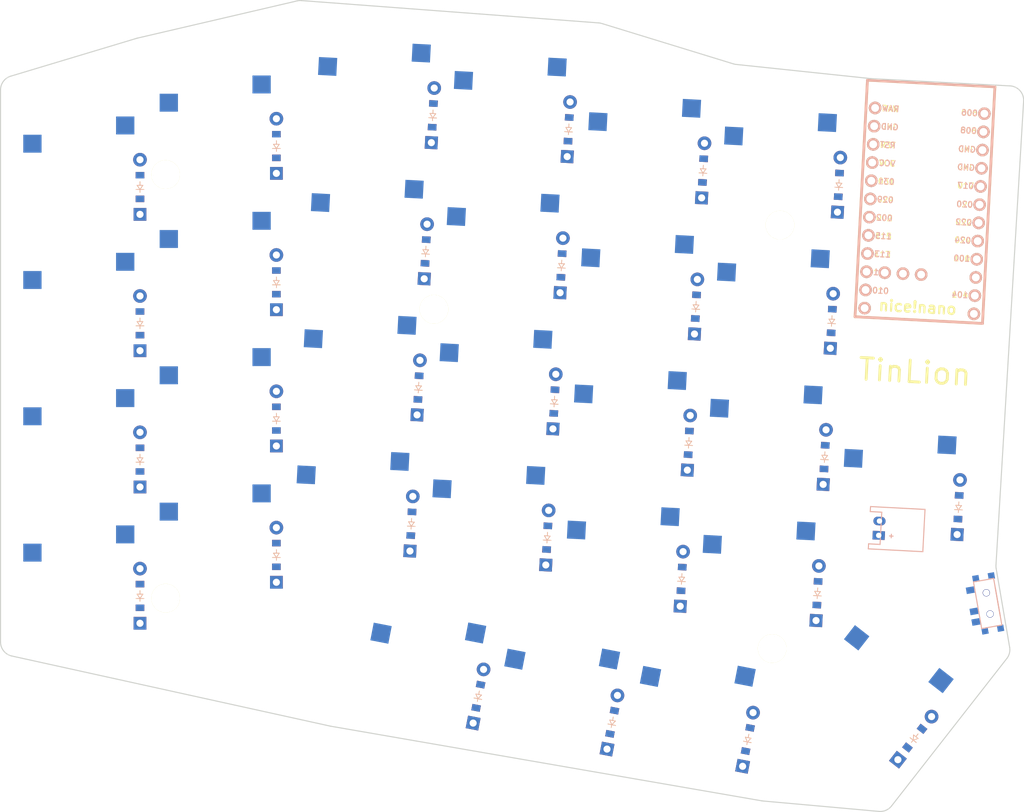
<source format=kicad_pcb>


(kicad_pcb (version 20171130) (host pcbnew 5.1.6)

  (page A3)
  (title_block
    (title "left_board")
    (rev "v1.0.0")
    (company "Unknown")
  )

  (general
    (thickness 1.6)
  )

  (layers
    (0 F.Cu signal)
    (31 B.Cu signal)
    (32 B.Adhes user)
    (33 F.Adhes user)
    (34 B.Paste user)
    (35 F.Paste user)
    (36 B.SilkS user)
    (37 F.SilkS user)
    (38 B.Mask user)
    (39 F.Mask user)
    (40 Dwgs.User user)
    (41 Cmts.User user)
    (42 Eco1.User user)
    (43 Eco2.User user)
    (44 Edge.Cuts user)
    (45 Margin user)
    (46 B.CrtYd user)
    (47 F.CrtYd user)
    (48 B.Fab user)
    (49 F.Fab user)
  )

  (setup
    (last_trace_width 0.25)
    (trace_clearance 0.2)
    (zone_clearance 0.508)
    (zone_45_only no)
    (trace_min 0.2)
    (via_size 0.8)
    (via_drill 0.4)
    (via_min_size 0.4)
    (via_min_drill 0.3)
    (uvia_size 0.3)
    (uvia_drill 0.1)
    (uvias_allowed no)
    (uvia_min_size 0.2)
    (uvia_min_drill 0.1)
    (edge_width 0.05)
    (segment_width 0.2)
    (pcb_text_width 0.3)
    (pcb_text_size 1.5 1.5)
    (mod_edge_width 0.12)
    (mod_text_size 1 1)
    (mod_text_width 0.15)
    (pad_size 1.524 1.524)
    (pad_drill 0.762)
    (pad_to_mask_clearance 0.05)
    (aux_axis_origin 0 0)
    (visible_elements FFFFFF7F)
    (pcbplotparams
      (layerselection 0x010fc_ffffffff)
      (usegerberextensions false)
      (usegerberattributes true)
      (usegerberadvancedattributes true)
      (creategerberjobfile true)
      (excludeedgelayer true)
      (linewidth 0.100000)
      (plotframeref false)
      (viasonmask false)
      (mode 1)
      (useauxorigin false)
      (hpglpennumber 1)
      (hpglpenspeed 20)
      (hpglpendiameter 15.000000)
      (psnegative false)
      (psa4output false)
      (plotreference true)
      (plotvalue true)
      (plotinvisibletext false)
      (padsonsilk false)
      (subtractmaskfromsilk false)
      (outputformat 1)
      (mirror false)
      (drillshape 1)
      (scaleselection 1)
      (outputdirectory ""))
  )

  (net 0 "")
(net 1 "P006")
(net 2 "function_keys_bottom")
(net 3 "function_keys_home")
(net 4 "function_keys_qwerty")
(net 5 "function_keys_number")
(net 6 "P031")
(net 7 "one_bottom")
(net 8 "one_home")
(net 9 "one_qwerty")
(net 10 "one_number")
(net 11 "P008")
(net 12 "two_bottom")
(net 13 "two_home")
(net 14 "two_qwerty")
(net 15 "two_number")
(net 16 "P029")
(net 17 "three_bottom")
(net 18 "three_home")
(net 19 "three_qwerty")
(net 20 "three_number")
(net 21 "P017")
(net 22 "four_bottom")
(net 23 "four_home")
(net 24 "four_qwerty")
(net 25 "four_number")
(net 26 "P020")
(net 27 "five_bottom")
(net 28 "five_home")
(net 29 "five_qwerty")
(net 30 "five_number")
(net 31 "near_thumb")
(net 32 "home_thumb")
(net 33 "far_thumb")
(net 34 "P104")
(net 35 "space_thumb")
(net 36 "curly_square")
(net 37 "P111")
(net 38 "P113")
(net 39 "P115")
(net 40 "P002")
(net 41 "P010")
(net 42 "RAW")
(net 43 "GND")
(net 44 "RST")
(net 45 "VCC")
(net 46 "P009")
(net 47 "P022")
(net 48 "P024")
(net 49 "P100")
(net 50 "P011")
(net 51 "P106")
(net 52 "P101")
(net 53 "P102")
(net 54 "P107")
(net 55 "pos")

  (net_class Default "This is the default net class."
    (clearance 0.2)
    (trace_width 0.25)
    (via_dia 0.8)
    (via_drill 0.4)
    (uvia_dia 0.3)
    (uvia_drill 0.1)
    (add_net "")
(add_net "P006")
(add_net "function_keys_bottom")
(add_net "function_keys_home")
(add_net "function_keys_qwerty")
(add_net "function_keys_number")
(add_net "P031")
(add_net "one_bottom")
(add_net "one_home")
(add_net "one_qwerty")
(add_net "one_number")
(add_net "P008")
(add_net "two_bottom")
(add_net "two_home")
(add_net "two_qwerty")
(add_net "two_number")
(add_net "P029")
(add_net "three_bottom")
(add_net "three_home")
(add_net "three_qwerty")
(add_net "three_number")
(add_net "P017")
(add_net "four_bottom")
(add_net "four_home")
(add_net "four_qwerty")
(add_net "four_number")
(add_net "P020")
(add_net "five_bottom")
(add_net "five_home")
(add_net "five_qwerty")
(add_net "five_number")
(add_net "near_thumb")
(add_net "home_thumb")
(add_net "far_thumb")
(add_net "P104")
(add_net "space_thumb")
(add_net "curly_square")
(add_net "P111")
(add_net "P113")
(add_net "P115")
(add_net "P002")
(add_net "P010")
(add_net "RAW")
(add_net "GND")
(add_net "RST")
(add_net "VCC")
(add_net "P009")
(add_net "P022")
(add_net "P024")
(add_net "P100")
(add_net "P011")
(add_net "P106")
(add_net "P101")
(add_net "P102")
(add_net "P107")
(add_net "pos")
  )

  
        
      (module MX (layer F.Cu) (tedit 5DD4F656)
      (at 0 0 0)

      
      (fp_text reference "S1" (at 0 0) (layer F.SilkS) hide (effects (font (size 1.27 1.27) (thickness 0.15))))
      (fp_text value "" (at 0 0) (layer F.SilkS) hide (effects (font (size 1.27 1.27) (thickness 0.15))))

      
      (fp_line (start -7 -6) (end -7 -7) (layer Dwgs.User) (width 0.15))
      (fp_line (start -7 7) (end -6 7) (layer Dwgs.User) (width 0.15))
      (fp_line (start -6 -7) (end -7 -7) (layer Dwgs.User) (width 0.15))
      (fp_line (start -7 7) (end -7 6) (layer Dwgs.User) (width 0.15))
      (fp_line (start 7 6) (end 7 7) (layer Dwgs.User) (width 0.15))
      (fp_line (start 7 -7) (end 6 -7) (layer Dwgs.User) (width 0.15))
      (fp_line (start 6 7) (end 7 7) (layer Dwgs.User) (width 0.15))
      (fp_line (start 7 -7) (end 7 -6) (layer Dwgs.User) (width 0.15))
    
      
      (pad "" np_thru_hole circle (at 0 0) (size 3.9878 3.9878) (drill 3.9878) (layers *.Cu *.Mask))

      
      (pad "" np_thru_hole circle (at 5.08 0) (size 1.7018 1.7018) (drill 1.7018) (layers *.Cu *.Mask))
      (pad "" np_thru_hole circle (at -5.08 0) (size 1.7018 1.7018) (drill 1.7018) (layers *.Cu *.Mask))
      
        
      
      (fp_line (start -9.5 -9.5) (end 9.5 -9.5) (layer Dwgs.User) (width 0.15))
      (fp_line (start 9.5 -9.5) (end 9.5 9.5) (layer Dwgs.User) (width 0.15))
      (fp_line (start 9.5 9.5) (end -9.5 9.5) (layer Dwgs.User) (width 0.15))
      (fp_line (start -9.5 9.5) (end -9.5 -9.5) (layer Dwgs.User) (width 0.15))
      
        
        
        (pad "" np_thru_hole circle (at 2.54 -5.08) (size 3 3) (drill 3) (layers *.Cu *.Mask))
        (pad "" np_thru_hole circle (at -3.81 -2.54) (size 3 3) (drill 3) (layers *.Cu *.Mask))
        
        
        (pad 1 smd rect (at -7.085 -2.54 0) (size 2.55 2.5) (layers B.Cu B.Paste B.Mask) (net 1 "P006"))
        (pad 2 smd rect (at 5.842 -5.08 0) (size 2.55 2.5) (layers B.Cu B.Paste B.Mask) (net 2 "function_keys_bottom"))
        )
        

        
      (module MX (layer F.Cu) (tedit 5DD4F656)
      (at 0 -19 0)

      
      (fp_text reference "S2" (at 0 0) (layer F.SilkS) hide (effects (font (size 1.27 1.27) (thickness 0.15))))
      (fp_text value "" (at 0 0) (layer F.SilkS) hide (effects (font (size 1.27 1.27) (thickness 0.15))))

      
      (fp_line (start -7 -6) (end -7 -7) (layer Dwgs.User) (width 0.15))
      (fp_line (start -7 7) (end -6 7) (layer Dwgs.User) (width 0.15))
      (fp_line (start -6 -7) (end -7 -7) (layer Dwgs.User) (width 0.15))
      (fp_line (start -7 7) (end -7 6) (layer Dwgs.User) (width 0.15))
      (fp_line (start 7 6) (end 7 7) (layer Dwgs.User) (width 0.15))
      (fp_line (start 7 -7) (end 6 -7) (layer Dwgs.User) (width 0.15))
      (fp_line (start 6 7) (end 7 7) (layer Dwgs.User) (width 0.15))
      (fp_line (start 7 -7) (end 7 -6) (layer Dwgs.User) (width 0.15))
    
      
      (pad "" np_thru_hole circle (at 0 0) (size 3.9878 3.9878) (drill 3.9878) (layers *.Cu *.Mask))

      
      (pad "" np_thru_hole circle (at 5.08 0) (size 1.7018 1.7018) (drill 1.7018) (layers *.Cu *.Mask))
      (pad "" np_thru_hole circle (at -5.08 0) (size 1.7018 1.7018) (drill 1.7018) (layers *.Cu *.Mask))
      
        
      
      (fp_line (start -9.5 -9.5) (end 9.5 -9.5) (layer Dwgs.User) (width 0.15))
      (fp_line (start 9.5 -9.5) (end 9.5 9.5) (layer Dwgs.User) (width 0.15))
      (fp_line (start 9.5 9.5) (end -9.5 9.5) (layer Dwgs.User) (width 0.15))
      (fp_line (start -9.5 9.5) (end -9.5 -9.5) (layer Dwgs.User) (width 0.15))
      
        
        
        (pad "" np_thru_hole circle (at 2.54 -5.08) (size 3 3) (drill 3) (layers *.Cu *.Mask))
        (pad "" np_thru_hole circle (at -3.81 -2.54) (size 3 3) (drill 3) (layers *.Cu *.Mask))
        
        
        (pad 1 smd rect (at -7.085 -2.54 0) (size 2.55 2.5) (layers B.Cu B.Paste B.Mask) (net 1 "P006"))
        (pad 2 smd rect (at 5.842 -5.08 0) (size 2.55 2.5) (layers B.Cu B.Paste B.Mask) (net 3 "function_keys_home"))
        )
        

        
      (module MX (layer F.Cu) (tedit 5DD4F656)
      (at 0 -38 0)

      
      (fp_text reference "S3" (at 0 0) (layer F.SilkS) hide (effects (font (size 1.27 1.27) (thickness 0.15))))
      (fp_text value "" (at 0 0) (layer F.SilkS) hide (effects (font (size 1.27 1.27) (thickness 0.15))))

      
      (fp_line (start -7 -6) (end -7 -7) (layer Dwgs.User) (width 0.15))
      (fp_line (start -7 7) (end -6 7) (layer Dwgs.User) (width 0.15))
      (fp_line (start -6 -7) (end -7 -7) (layer Dwgs.User) (width 0.15))
      (fp_line (start -7 7) (end -7 6) (layer Dwgs.User) (width 0.15))
      (fp_line (start 7 6) (end 7 7) (layer Dwgs.User) (width 0.15))
      (fp_line (start 7 -7) (end 6 -7) (layer Dwgs.User) (width 0.15))
      (fp_line (start 6 7) (end 7 7) (layer Dwgs.User) (width 0.15))
      (fp_line (start 7 -7) (end 7 -6) (layer Dwgs.User) (width 0.15))
    
      
      (pad "" np_thru_hole circle (at 0 0) (size 3.9878 3.9878) (drill 3.9878) (layers *.Cu *.Mask))

      
      (pad "" np_thru_hole circle (at 5.08 0) (size 1.7018 1.7018) (drill 1.7018) (layers *.Cu *.Mask))
      (pad "" np_thru_hole circle (at -5.08 0) (size 1.7018 1.7018) (drill 1.7018) (layers *.Cu *.Mask))
      
        
      
      (fp_line (start -9.5 -9.5) (end 9.5 -9.5) (layer Dwgs.User) (width 0.15))
      (fp_line (start 9.5 -9.5) (end 9.5 9.5) (layer Dwgs.User) (width 0.15))
      (fp_line (start 9.5 9.5) (end -9.5 9.5) (layer Dwgs.User) (width 0.15))
      (fp_line (start -9.5 9.5) (end -9.5 -9.5) (layer Dwgs.User) (width 0.15))
      
        
        
        (pad "" np_thru_hole circle (at 2.54 -5.08) (size 3 3) (drill 3) (layers *.Cu *.Mask))
        (pad "" np_thru_hole circle (at -3.81 -2.54) (size 3 3) (drill 3) (layers *.Cu *.Mask))
        
        
        (pad 1 smd rect (at -7.085 -2.54 0) (size 2.55 2.5) (layers B.Cu B.Paste B.Mask) (net 1 "P006"))
        (pad 2 smd rect (at 5.842 -5.08 0) (size 2.55 2.5) (layers B.Cu B.Paste B.Mask) (net 4 "function_keys_qwerty"))
        )
        

        
      (module MX (layer F.Cu) (tedit 5DD4F656)
      (at 0 -57 0)

      
      (fp_text reference "S4" (at 0 0) (layer F.SilkS) hide (effects (font (size 1.27 1.27) (thickness 0.15))))
      (fp_text value "" (at 0 0) (layer F.SilkS) hide (effects (font (size 1.27 1.27) (thickness 0.15))))

      
      (fp_line (start -7 -6) (end -7 -7) (layer Dwgs.User) (width 0.15))
      (fp_line (start -7 7) (end -6 7) (layer Dwgs.User) (width 0.15))
      (fp_line (start -6 -7) (end -7 -7) (layer Dwgs.User) (width 0.15))
      (fp_line (start -7 7) (end -7 6) (layer Dwgs.User) (width 0.15))
      (fp_line (start 7 6) (end 7 7) (layer Dwgs.User) (width 0.15))
      (fp_line (start 7 -7) (end 6 -7) (layer Dwgs.User) (width 0.15))
      (fp_line (start 6 7) (end 7 7) (layer Dwgs.User) (width 0.15))
      (fp_line (start 7 -7) (end 7 -6) (layer Dwgs.User) (width 0.15))
    
      
      (pad "" np_thru_hole circle (at 0 0) (size 3.9878 3.9878) (drill 3.9878) (layers *.Cu *.Mask))

      
      (pad "" np_thru_hole circle (at 5.08 0) (size 1.7018 1.7018) (drill 1.7018) (layers *.Cu *.Mask))
      (pad "" np_thru_hole circle (at -5.08 0) (size 1.7018 1.7018) (drill 1.7018) (layers *.Cu *.Mask))
      
        
      
      (fp_line (start -9.5 -9.5) (end 9.5 -9.5) (layer Dwgs.User) (width 0.15))
      (fp_line (start 9.5 -9.5) (end 9.5 9.5) (layer Dwgs.User) (width 0.15))
      (fp_line (start 9.5 9.5) (end -9.5 9.5) (layer Dwgs.User) (width 0.15))
      (fp_line (start -9.5 9.5) (end -9.5 -9.5) (layer Dwgs.User) (width 0.15))
      
        
        
        (pad "" np_thru_hole circle (at 2.54 -5.08) (size 3 3) (drill 3) (layers *.Cu *.Mask))
        (pad "" np_thru_hole circle (at -3.81 -2.54) (size 3 3) (drill 3) (layers *.Cu *.Mask))
        
        
        (pad 1 smd rect (at -7.085 -2.54 0) (size 2.55 2.5) (layers B.Cu B.Paste B.Mask) (net 1 "P006"))
        (pad 2 smd rect (at 5.842 -5.08 0) (size 2.55 2.5) (layers B.Cu B.Paste B.Mask) (net 5 "function_keys_number"))
        )
        

        
      (module MX (layer F.Cu) (tedit 5DD4F656)
      (at 19 -5.715 0)

      
      (fp_text reference "S5" (at 0 0) (layer F.SilkS) hide (effects (font (size 1.27 1.27) (thickness 0.15))))
      (fp_text value "" (at 0 0) (layer F.SilkS) hide (effects (font (size 1.27 1.27) (thickness 0.15))))

      
      (fp_line (start -7 -6) (end -7 -7) (layer Dwgs.User) (width 0.15))
      (fp_line (start -7 7) (end -6 7) (layer Dwgs.User) (width 0.15))
      (fp_line (start -6 -7) (end -7 -7) (layer Dwgs.User) (width 0.15))
      (fp_line (start -7 7) (end -7 6) (layer Dwgs.User) (width 0.15))
      (fp_line (start 7 6) (end 7 7) (layer Dwgs.User) (width 0.15))
      (fp_line (start 7 -7) (end 6 -7) (layer Dwgs.User) (width 0.15))
      (fp_line (start 6 7) (end 7 7) (layer Dwgs.User) (width 0.15))
      (fp_line (start 7 -7) (end 7 -6) (layer Dwgs.User) (width 0.15))
    
      
      (pad "" np_thru_hole circle (at 0 0) (size 3.9878 3.9878) (drill 3.9878) (layers *.Cu *.Mask))

      
      (pad "" np_thru_hole circle (at 5.08 0) (size 1.7018 1.7018) (drill 1.7018) (layers *.Cu *.Mask))
      (pad "" np_thru_hole circle (at -5.08 0) (size 1.7018 1.7018) (drill 1.7018) (layers *.Cu *.Mask))
      
        
      
      (fp_line (start -9.5 -9.5) (end 9.5 -9.5) (layer Dwgs.User) (width 0.15))
      (fp_line (start 9.5 -9.5) (end 9.5 9.5) (layer Dwgs.User) (width 0.15))
      (fp_line (start 9.5 9.5) (end -9.5 9.5) (layer Dwgs.User) (width 0.15))
      (fp_line (start -9.5 9.5) (end -9.5 -9.5) (layer Dwgs.User) (width 0.15))
      
        
        
        (pad "" np_thru_hole circle (at 2.54 -5.08) (size 3 3) (drill 3) (layers *.Cu *.Mask))
        (pad "" np_thru_hole circle (at -3.81 -2.54) (size 3 3) (drill 3) (layers *.Cu *.Mask))
        
        
        (pad 1 smd rect (at -7.085 -2.54 0) (size 2.55 2.5) (layers B.Cu B.Paste B.Mask) (net 6 "P031"))
        (pad 2 smd rect (at 5.842 -5.08 0) (size 2.55 2.5) (layers B.Cu B.Paste B.Mask) (net 7 "one_bottom"))
        )
        

        
      (module MX (layer F.Cu) (tedit 5DD4F656)
      (at 19 -24.715 0)

      
      (fp_text reference "S6" (at 0 0) (layer F.SilkS) hide (effects (font (size 1.27 1.27) (thickness 0.15))))
      (fp_text value "" (at 0 0) (layer F.SilkS) hide (effects (font (size 1.27 1.27) (thickness 0.15))))

      
      (fp_line (start -7 -6) (end -7 -7) (layer Dwgs.User) (width 0.15))
      (fp_line (start -7 7) (end -6 7) (layer Dwgs.User) (width 0.15))
      (fp_line (start -6 -7) (end -7 -7) (layer Dwgs.User) (width 0.15))
      (fp_line (start -7 7) (end -7 6) (layer Dwgs.User) (width 0.15))
      (fp_line (start 7 6) (end 7 7) (layer Dwgs.User) (width 0.15))
      (fp_line (start 7 -7) (end 6 -7) (layer Dwgs.User) (width 0.15))
      (fp_line (start 6 7) (end 7 7) (layer Dwgs.User) (width 0.15))
      (fp_line (start 7 -7) (end 7 -6) (layer Dwgs.User) (width 0.15))
    
      
      (pad "" np_thru_hole circle (at 0 0) (size 3.9878 3.9878) (drill 3.9878) (layers *.Cu *.Mask))

      
      (pad "" np_thru_hole circle (at 5.08 0) (size 1.7018 1.7018) (drill 1.7018) (layers *.Cu *.Mask))
      (pad "" np_thru_hole circle (at -5.08 0) (size 1.7018 1.7018) (drill 1.7018) (layers *.Cu *.Mask))
      
        
      
      (fp_line (start -9.5 -9.5) (end 9.5 -9.5) (layer Dwgs.User) (width 0.15))
      (fp_line (start 9.5 -9.5) (end 9.5 9.5) (layer Dwgs.User) (width 0.15))
      (fp_line (start 9.5 9.5) (end -9.5 9.5) (layer Dwgs.User) (width 0.15))
      (fp_line (start -9.5 9.5) (end -9.5 -9.5) (layer Dwgs.User) (width 0.15))
      
        
        
        (pad "" np_thru_hole circle (at 2.54 -5.08) (size 3 3) (drill 3) (layers *.Cu *.Mask))
        (pad "" np_thru_hole circle (at -3.81 -2.54) (size 3 3) (drill 3) (layers *.Cu *.Mask))
        
        
        (pad 1 smd rect (at -7.085 -2.54 0) (size 2.55 2.5) (layers B.Cu B.Paste B.Mask) (net 6 "P031"))
        (pad 2 smd rect (at 5.842 -5.08 0) (size 2.55 2.5) (layers B.Cu B.Paste B.Mask) (net 8 "one_home"))
        )
        

        
      (module MX (layer F.Cu) (tedit 5DD4F656)
      (at 19 -43.715 0)

      
      (fp_text reference "S7" (at 0 0) (layer F.SilkS) hide (effects (font (size 1.27 1.27) (thickness 0.15))))
      (fp_text value "" (at 0 0) (layer F.SilkS) hide (effects (font (size 1.27 1.27) (thickness 0.15))))

      
      (fp_line (start -7 -6) (end -7 -7) (layer Dwgs.User) (width 0.15))
      (fp_line (start -7 7) (end -6 7) (layer Dwgs.User) (width 0.15))
      (fp_line (start -6 -7) (end -7 -7) (layer Dwgs.User) (width 0.15))
      (fp_line (start -7 7) (end -7 6) (layer Dwgs.User) (width 0.15))
      (fp_line (start 7 6) (end 7 7) (layer Dwgs.User) (width 0.15))
      (fp_line (start 7 -7) (end 6 -7) (layer Dwgs.User) (width 0.15))
      (fp_line (start 6 7) (end 7 7) (layer Dwgs.User) (width 0.15))
      (fp_line (start 7 -7) (end 7 -6) (layer Dwgs.User) (width 0.15))
    
      
      (pad "" np_thru_hole circle (at 0 0) (size 3.9878 3.9878) (drill 3.9878) (layers *.Cu *.Mask))

      
      (pad "" np_thru_hole circle (at 5.08 0) (size 1.7018 1.7018) (drill 1.7018) (layers *.Cu *.Mask))
      (pad "" np_thru_hole circle (at -5.08 0) (size 1.7018 1.7018) (drill 1.7018) (layers *.Cu *.Mask))
      
        
      
      (fp_line (start -9.5 -9.5) (end 9.5 -9.5) (layer Dwgs.User) (width 0.15))
      (fp_line (start 9.5 -9.5) (end 9.5 9.5) (layer Dwgs.User) (width 0.15))
      (fp_line (start 9.5 9.5) (end -9.5 9.5) (layer Dwgs.User) (width 0.15))
      (fp_line (start -9.5 9.5) (end -9.5 -9.5) (layer Dwgs.User) (width 0.15))
      
        
        
        (pad "" np_thru_hole circle (at 2.54 -5.08) (size 3 3) (drill 3) (layers *.Cu *.Mask))
        (pad "" np_thru_hole circle (at -3.81 -2.54) (size 3 3) (drill 3) (layers *.Cu *.Mask))
        
        
        (pad 1 smd rect (at -7.085 -2.54 0) (size 2.55 2.5) (layers B.Cu B.Paste B.Mask) (net 6 "P031"))
        (pad 2 smd rect (at 5.842 -5.08 0) (size 2.55 2.5) (layers B.Cu B.Paste B.Mask) (net 9 "one_qwerty"))
        )
        

        
      (module MX (layer F.Cu) (tedit 5DD4F656)
      (at 19 -62.715 0)

      
      (fp_text reference "S8" (at 0 0) (layer F.SilkS) hide (effects (font (size 1.27 1.27) (thickness 0.15))))
      (fp_text value "" (at 0 0) (layer F.SilkS) hide (effects (font (size 1.27 1.27) (thickness 0.15))))

      
      (fp_line (start -7 -6) (end -7 -7) (layer Dwgs.User) (width 0.15))
      (fp_line (start -7 7) (end -6 7) (layer Dwgs.User) (width 0.15))
      (fp_line (start -6 -7) (end -7 -7) (layer Dwgs.User) (width 0.15))
      (fp_line (start -7 7) (end -7 6) (layer Dwgs.User) (width 0.15))
      (fp_line (start 7 6) (end 7 7) (layer Dwgs.User) (width 0.15))
      (fp_line (start 7 -7) (end 6 -7) (layer Dwgs.User) (width 0.15))
      (fp_line (start 6 7) (end 7 7) (layer Dwgs.User) (width 0.15))
      (fp_line (start 7 -7) (end 7 -6) (layer Dwgs.User) (width 0.15))
    
      
      (pad "" np_thru_hole circle (at 0 0) (size 3.9878 3.9878) (drill 3.9878) (layers *.Cu *.Mask))

      
      (pad "" np_thru_hole circle (at 5.08 0) (size 1.7018 1.7018) (drill 1.7018) (layers *.Cu *.Mask))
      (pad "" np_thru_hole circle (at -5.08 0) (size 1.7018 1.7018) (drill 1.7018) (layers *.Cu *.Mask))
      
        
      
      (fp_line (start -9.5 -9.5) (end 9.5 -9.5) (layer Dwgs.User) (width 0.15))
      (fp_line (start 9.5 -9.5) (end 9.5 9.5) (layer Dwgs.User) (width 0.15))
      (fp_line (start 9.5 9.5) (end -9.5 9.5) (layer Dwgs.User) (width 0.15))
      (fp_line (start -9.5 9.5) (end -9.5 -9.5) (layer Dwgs.User) (width 0.15))
      
        
        
        (pad "" np_thru_hole circle (at 2.54 -5.08) (size 3 3) (drill 3) (layers *.Cu *.Mask))
        (pad "" np_thru_hole circle (at -3.81 -2.54) (size 3 3) (drill 3) (layers *.Cu *.Mask))
        
        
        (pad 1 smd rect (at -7.085 -2.54 0) (size 2.55 2.5) (layers B.Cu B.Paste B.Mask) (net 6 "P031"))
        (pad 2 smd rect (at 5.842 -5.08 0) (size 2.55 2.5) (layers B.Cu B.Paste B.Mask) (net 10 "one_number"))
        )
        

        
      (module MX (layer F.Cu) (tedit 5DD4F656)
      (at 38 -10.4775 -3)

      
      (fp_text reference "S9" (at 0 0) (layer F.SilkS) hide (effects (font (size 1.27 1.27) (thickness 0.15))))
      (fp_text value "" (at 0 0) (layer F.SilkS) hide (effects (font (size 1.27 1.27) (thickness 0.15))))

      
      (fp_line (start -7 -6) (end -7 -7) (layer Dwgs.User) (width 0.15))
      (fp_line (start -7 7) (end -6 7) (layer Dwgs.User) (width 0.15))
      (fp_line (start -6 -7) (end -7 -7) (layer Dwgs.User) (width 0.15))
      (fp_line (start -7 7) (end -7 6) (layer Dwgs.User) (width 0.15))
      (fp_line (start 7 6) (end 7 7) (layer Dwgs.User) (width 0.15))
      (fp_line (start 7 -7) (end 6 -7) (layer Dwgs.User) (width 0.15))
      (fp_line (start 6 7) (end 7 7) (layer Dwgs.User) (width 0.15))
      (fp_line (start 7 -7) (end 7 -6) (layer Dwgs.User) (width 0.15))
    
      
      (pad "" np_thru_hole circle (at 0 0) (size 3.9878 3.9878) (drill 3.9878) (layers *.Cu *.Mask))

      
      (pad "" np_thru_hole circle (at 5.08 0) (size 1.7018 1.7018) (drill 1.7018) (layers *.Cu *.Mask))
      (pad "" np_thru_hole circle (at -5.08 0) (size 1.7018 1.7018) (drill 1.7018) (layers *.Cu *.Mask))
      
        
      
      (fp_line (start -9.5 -9.5) (end 9.5 -9.5) (layer Dwgs.User) (width 0.15))
      (fp_line (start 9.5 -9.5) (end 9.5 9.5) (layer Dwgs.User) (width 0.15))
      (fp_line (start 9.5 9.5) (end -9.5 9.5) (layer Dwgs.User) (width 0.15))
      (fp_line (start -9.5 9.5) (end -9.5 -9.5) (layer Dwgs.User) (width 0.15))
      
        
        
        (pad "" np_thru_hole circle (at 2.54 -5.08) (size 3 3) (drill 3) (layers *.Cu *.Mask))
        (pad "" np_thru_hole circle (at -3.81 -2.54) (size 3 3) (drill 3) (layers *.Cu *.Mask))
        
        
        (pad 1 smd rect (at -7.085 -2.54 -3) (size 2.55 2.5) (layers B.Cu B.Paste B.Mask) (net 11 "P008"))
        (pad 2 smd rect (at 5.842 -5.08 -3) (size 2.55 2.5) (layers B.Cu B.Paste B.Mask) (net 12 "two_bottom"))
        )
        

        
      (module MX (layer F.Cu) (tedit 5DD4F656)
      (at 38.9943832 -29.4514612 -3)

      
      (fp_text reference "S10" (at 0 0) (layer F.SilkS) hide (effects (font (size 1.27 1.27) (thickness 0.15))))
      (fp_text value "" (at 0 0) (layer F.SilkS) hide (effects (font (size 1.27 1.27) (thickness 0.15))))

      
      (fp_line (start -7 -6) (end -7 -7) (layer Dwgs.User) (width 0.15))
      (fp_line (start -7 7) (end -6 7) (layer Dwgs.User) (width 0.15))
      (fp_line (start -6 -7) (end -7 -7) (layer Dwgs.User) (width 0.15))
      (fp_line (start -7 7) (end -7 6) (layer Dwgs.User) (width 0.15))
      (fp_line (start 7 6) (end 7 7) (layer Dwgs.User) (width 0.15))
      (fp_line (start 7 -7) (end 6 -7) (layer Dwgs.User) (width 0.15))
      (fp_line (start 6 7) (end 7 7) (layer Dwgs.User) (width 0.15))
      (fp_line (start 7 -7) (end 7 -6) (layer Dwgs.User) (width 0.15))
    
      
      (pad "" np_thru_hole circle (at 0 0) (size 3.9878 3.9878) (drill 3.9878) (layers *.Cu *.Mask))

      
      (pad "" np_thru_hole circle (at 5.08 0) (size 1.7018 1.7018) (drill 1.7018) (layers *.Cu *.Mask))
      (pad "" np_thru_hole circle (at -5.08 0) (size 1.7018 1.7018) (drill 1.7018) (layers *.Cu *.Mask))
      
        
      
      (fp_line (start -9.5 -9.5) (end 9.5 -9.5) (layer Dwgs.User) (width 0.15))
      (fp_line (start 9.5 -9.5) (end 9.5 9.5) (layer Dwgs.User) (width 0.15))
      (fp_line (start 9.5 9.5) (end -9.5 9.5) (layer Dwgs.User) (width 0.15))
      (fp_line (start -9.5 9.5) (end -9.5 -9.5) (layer Dwgs.User) (width 0.15))
      
        
        
        (pad "" np_thru_hole circle (at 2.54 -5.08) (size 3 3) (drill 3) (layers *.Cu *.Mask))
        (pad "" np_thru_hole circle (at -3.81 -2.54) (size 3 3) (drill 3) (layers *.Cu *.Mask))
        
        
        (pad 1 smd rect (at -7.085 -2.54 -3) (size 2.55 2.5) (layers B.Cu B.Paste B.Mask) (net 11 "P008"))
        (pad 2 smd rect (at 5.842 -5.08 -3) (size 2.55 2.5) (layers B.Cu B.Paste B.Mask) (net 13 "two_home"))
        )
        

        
      (module MX (layer F.Cu) (tedit 5DD4F656)
      (at 39.9887664 -48.4254224 -3)

      
      (fp_text reference "S11" (at 0 0) (layer F.SilkS) hide (effects (font (size 1.27 1.27) (thickness 0.15))))
      (fp_text value "" (at 0 0) (layer F.SilkS) hide (effects (font (size 1.27 1.27) (thickness 0.15))))

      
      (fp_line (start -7 -6) (end -7 -7) (layer Dwgs.User) (width 0.15))
      (fp_line (start -7 7) (end -6 7) (layer Dwgs.User) (width 0.15))
      (fp_line (start -6 -7) (end -7 -7) (layer Dwgs.User) (width 0.15))
      (fp_line (start -7 7) (end -7 6) (layer Dwgs.User) (width 0.15))
      (fp_line (start 7 6) (end 7 7) (layer Dwgs.User) (width 0.15))
      (fp_line (start 7 -7) (end 6 -7) (layer Dwgs.User) (width 0.15))
      (fp_line (start 6 7) (end 7 7) (layer Dwgs.User) (width 0.15))
      (fp_line (start 7 -7) (end 7 -6) (layer Dwgs.User) (width 0.15))
    
      
      (pad "" np_thru_hole circle (at 0 0) (size 3.9878 3.9878) (drill 3.9878) (layers *.Cu *.Mask))

      
      (pad "" np_thru_hole circle (at 5.08 0) (size 1.7018 1.7018) (drill 1.7018) (layers *.Cu *.Mask))
      (pad "" np_thru_hole circle (at -5.08 0) (size 1.7018 1.7018) (drill 1.7018) (layers *.Cu *.Mask))
      
        
      
      (fp_line (start -9.5 -9.5) (end 9.5 -9.5) (layer Dwgs.User) (width 0.15))
      (fp_line (start 9.5 -9.5) (end 9.5 9.5) (layer Dwgs.User) (width 0.15))
      (fp_line (start 9.5 9.5) (end -9.5 9.5) (layer Dwgs.User) (width 0.15))
      (fp_line (start -9.5 9.5) (end -9.5 -9.5) (layer Dwgs.User) (width 0.15))
      
        
        
        (pad "" np_thru_hole circle (at 2.54 -5.08) (size 3 3) (drill 3) (layers *.Cu *.Mask))
        (pad "" np_thru_hole circle (at -3.81 -2.54) (size 3 3) (drill 3) (layers *.Cu *.Mask))
        
        
        (pad 1 smd rect (at -7.085 -2.54 -3) (size 2.55 2.5) (layers B.Cu B.Paste B.Mask) (net 11 "P008"))
        (pad 2 smd rect (at 5.842 -5.08 -3) (size 2.55 2.5) (layers B.Cu B.Paste B.Mask) (net 14 "two_qwerty"))
        )
        

        
      (module MX (layer F.Cu) (tedit 5DD4F656)
      (at 40.983149600000004 -67.39938360000001 -3)

      
      (fp_text reference "S12" (at 0 0) (layer F.SilkS) hide (effects (font (size 1.27 1.27) (thickness 0.15))))
      (fp_text value "" (at 0 0) (layer F.SilkS) hide (effects (font (size 1.27 1.27) (thickness 0.15))))

      
      (fp_line (start -7 -6) (end -7 -7) (layer Dwgs.User) (width 0.15))
      (fp_line (start -7 7) (end -6 7) (layer Dwgs.User) (width 0.15))
      (fp_line (start -6 -7) (end -7 -7) (layer Dwgs.User) (width 0.15))
      (fp_line (start -7 7) (end -7 6) (layer Dwgs.User) (width 0.15))
      (fp_line (start 7 6) (end 7 7) (layer Dwgs.User) (width 0.15))
      (fp_line (start 7 -7) (end 6 -7) (layer Dwgs.User) (width 0.15))
      (fp_line (start 6 7) (end 7 7) (layer Dwgs.User) (width 0.15))
      (fp_line (start 7 -7) (end 7 -6) (layer Dwgs.User) (width 0.15))
    
      
      (pad "" np_thru_hole circle (at 0 0) (size 3.9878 3.9878) (drill 3.9878) (layers *.Cu *.Mask))

      
      (pad "" np_thru_hole circle (at 5.08 0) (size 1.7018 1.7018) (drill 1.7018) (layers *.Cu *.Mask))
      (pad "" np_thru_hole circle (at -5.08 0) (size 1.7018 1.7018) (drill 1.7018) (layers *.Cu *.Mask))
      
        
      
      (fp_line (start -9.5 -9.5) (end 9.5 -9.5) (layer Dwgs.User) (width 0.15))
      (fp_line (start 9.5 -9.5) (end 9.5 9.5) (layer Dwgs.User) (width 0.15))
      (fp_line (start 9.5 9.5) (end -9.5 9.5) (layer Dwgs.User) (width 0.15))
      (fp_line (start -9.5 9.5) (end -9.5 -9.5) (layer Dwgs.User) (width 0.15))
      
        
        
        (pad "" np_thru_hole circle (at 2.54 -5.08) (size 3 3) (drill 3) (layers *.Cu *.Mask))
        (pad "" np_thru_hole circle (at -3.81 -2.54) (size 3 3) (drill 3) (layers *.Cu *.Mask))
        
        
        (pad 1 smd rect (at -7.085 -2.54 -3) (size 2.55 2.5) (layers B.Cu B.Paste B.Mask) (net 11 "P008"))
        (pad 2 smd rect (at 5.842 -5.08 -3) (size 2.55 2.5) (layers B.Cu B.Paste B.Mask) (net 15 "two_number"))
        )
        

        
      (module MX (layer F.Cu) (tedit 5DD4F656)
      (at 56.9241112 -8.531922199999999 -3)

      
      (fp_text reference "S13" (at 0 0) (layer F.SilkS) hide (effects (font (size 1.27 1.27) (thickness 0.15))))
      (fp_text value "" (at 0 0) (layer F.SilkS) hide (effects (font (size 1.27 1.27) (thickness 0.15))))

      
      (fp_line (start -7 -6) (end -7 -7) (layer Dwgs.User) (width 0.15))
      (fp_line (start -7 7) (end -6 7) (layer Dwgs.User) (width 0.15))
      (fp_line (start -6 -7) (end -7 -7) (layer Dwgs.User) (width 0.15))
      (fp_line (start -7 7) (end -7 6) (layer Dwgs.User) (width 0.15))
      (fp_line (start 7 6) (end 7 7) (layer Dwgs.User) (width 0.15))
      (fp_line (start 7 -7) (end 6 -7) (layer Dwgs.User) (width 0.15))
      (fp_line (start 6 7) (end 7 7) (layer Dwgs.User) (width 0.15))
      (fp_line (start 7 -7) (end 7 -6) (layer Dwgs.User) (width 0.15))
    
      
      (pad "" np_thru_hole circle (at 0 0) (size 3.9878 3.9878) (drill 3.9878) (layers *.Cu *.Mask))

      
      (pad "" np_thru_hole circle (at 5.08 0) (size 1.7018 1.7018) (drill 1.7018) (layers *.Cu *.Mask))
      (pad "" np_thru_hole circle (at -5.08 0) (size 1.7018 1.7018) (drill 1.7018) (layers *.Cu *.Mask))
      
        
      
      (fp_line (start -9.5 -9.5) (end 9.5 -9.5) (layer Dwgs.User) (width 0.15))
      (fp_line (start 9.5 -9.5) (end 9.5 9.5) (layer Dwgs.User) (width 0.15))
      (fp_line (start 9.5 9.5) (end -9.5 9.5) (layer Dwgs.User) (width 0.15))
      (fp_line (start -9.5 9.5) (end -9.5 -9.5) (layer Dwgs.User) (width 0.15))
      
        
        
        (pad "" np_thru_hole circle (at 2.54 -5.08) (size 3 3) (drill 3) (layers *.Cu *.Mask))
        (pad "" np_thru_hole circle (at -3.81 -2.54) (size 3 3) (drill 3) (layers *.Cu *.Mask))
        
        
        (pad 1 smd rect (at -7.085 -2.54 -3) (size 2.55 2.5) (layers B.Cu B.Paste B.Mask) (net 16 "P029"))
        (pad 2 smd rect (at 5.842 -5.08 -3) (size 2.55 2.5) (layers B.Cu B.Paste B.Mask) (net 17 "three_bottom"))
        )
        

        
      (module MX (layer F.Cu) (tedit 5DD4F656)
      (at 57.9184944 -27.505883400000002 -3)

      
      (fp_text reference "S14" (at 0 0) (layer F.SilkS) hide (effects (font (size 1.27 1.27) (thickness 0.15))))
      (fp_text value "" (at 0 0) (layer F.SilkS) hide (effects (font (size 1.27 1.27) (thickness 0.15))))

      
      (fp_line (start -7 -6) (end -7 -7) (layer Dwgs.User) (width 0.15))
      (fp_line (start -7 7) (end -6 7) (layer Dwgs.User) (width 0.15))
      (fp_line (start -6 -7) (end -7 -7) (layer Dwgs.User) (width 0.15))
      (fp_line (start -7 7) (end -7 6) (layer Dwgs.User) (width 0.15))
      (fp_line (start 7 6) (end 7 7) (layer Dwgs.User) (width 0.15))
      (fp_line (start 7 -7) (end 6 -7) (layer Dwgs.User) (width 0.15))
      (fp_line (start 6 7) (end 7 7) (layer Dwgs.User) (width 0.15))
      (fp_line (start 7 -7) (end 7 -6) (layer Dwgs.User) (width 0.15))
    
      
      (pad "" np_thru_hole circle (at 0 0) (size 3.9878 3.9878) (drill 3.9878) (layers *.Cu *.Mask))

      
      (pad "" np_thru_hole circle (at 5.08 0) (size 1.7018 1.7018) (drill 1.7018) (layers *.Cu *.Mask))
      (pad "" np_thru_hole circle (at -5.08 0) (size 1.7018 1.7018) (drill 1.7018) (layers *.Cu *.Mask))
      
        
      
      (fp_line (start -9.5 -9.5) (end 9.5 -9.5) (layer Dwgs.User) (width 0.15))
      (fp_line (start 9.5 -9.5) (end 9.5 9.5) (layer Dwgs.User) (width 0.15))
      (fp_line (start 9.5 9.5) (end -9.5 9.5) (layer Dwgs.User) (width 0.15))
      (fp_line (start -9.5 9.5) (end -9.5 -9.5) (layer Dwgs.User) (width 0.15))
      
        
        
        (pad "" np_thru_hole circle (at 2.54 -5.08) (size 3 3) (drill 3) (layers *.Cu *.Mask))
        (pad "" np_thru_hole circle (at -3.81 -2.54) (size 3 3) (drill 3) (layers *.Cu *.Mask))
        
        
        (pad 1 smd rect (at -7.085 -2.54 -3) (size 2.55 2.5) (layers B.Cu B.Paste B.Mask) (net 16 "P029"))
        (pad 2 smd rect (at 5.842 -5.08 -3) (size 2.55 2.5) (layers B.Cu B.Paste B.Mask) (net 18 "three_home"))
        )
        

        
      (module MX (layer F.Cu) (tedit 5DD4F656)
      (at 58.9128776 -46.47984460000001 -3)

      
      (fp_text reference "S15" (at 0 0) (layer F.SilkS) hide (effects (font (size 1.27 1.27) (thickness 0.15))))
      (fp_text value "" (at 0 0) (layer F.SilkS) hide (effects (font (size 1.27 1.27) (thickness 0.15))))

      
      (fp_line (start -7 -6) (end -7 -7) (layer Dwgs.User) (width 0.15))
      (fp_line (start -7 7) (end -6 7) (layer Dwgs.User) (width 0.15))
      (fp_line (start -6 -7) (end -7 -7) (layer Dwgs.User) (width 0.15))
      (fp_line (start -7 7) (end -7 6) (layer Dwgs.User) (width 0.15))
      (fp_line (start 7 6) (end 7 7) (layer Dwgs.User) (width 0.15))
      (fp_line (start 7 -7) (end 6 -7) (layer Dwgs.User) (width 0.15))
      (fp_line (start 6 7) (end 7 7) (layer Dwgs.User) (width 0.15))
      (fp_line (start 7 -7) (end 7 -6) (layer Dwgs.User) (width 0.15))
    
      
      (pad "" np_thru_hole circle (at 0 0) (size 3.9878 3.9878) (drill 3.9878) (layers *.Cu *.Mask))

      
      (pad "" np_thru_hole circle (at 5.08 0) (size 1.7018 1.7018) (drill 1.7018) (layers *.Cu *.Mask))
      (pad "" np_thru_hole circle (at -5.08 0) (size 1.7018 1.7018) (drill 1.7018) (layers *.Cu *.Mask))
      
        
      
      (fp_line (start -9.5 -9.5) (end 9.5 -9.5) (layer Dwgs.User) (width 0.15))
      (fp_line (start 9.5 -9.5) (end 9.5 9.5) (layer Dwgs.User) (width 0.15))
      (fp_line (start 9.5 9.5) (end -9.5 9.5) (layer Dwgs.User) (width 0.15))
      (fp_line (start -9.5 9.5) (end -9.5 -9.5) (layer Dwgs.User) (width 0.15))
      
        
        
        (pad "" np_thru_hole circle (at 2.54 -5.08) (size 3 3) (drill 3) (layers *.Cu *.Mask))
        (pad "" np_thru_hole circle (at -3.81 -2.54) (size 3 3) (drill 3) (layers *.Cu *.Mask))
        
        
        (pad 1 smd rect (at -7.085 -2.54 -3) (size 2.55 2.5) (layers B.Cu B.Paste B.Mask) (net 16 "P029"))
        (pad 2 smd rect (at 5.842 -5.08 -3) (size 2.55 2.5) (layers B.Cu B.Paste B.Mask) (net 19 "three_qwerty"))
        )
        

        
      (module MX (layer F.Cu) (tedit 5DD4F656)
      (at 59.9072608 -65.45380580000001 -3)

      
      (fp_text reference "S16" (at 0 0) (layer F.SilkS) hide (effects (font (size 1.27 1.27) (thickness 0.15))))
      (fp_text value "" (at 0 0) (layer F.SilkS) hide (effects (font (size 1.27 1.27) (thickness 0.15))))

      
      (fp_line (start -7 -6) (end -7 -7) (layer Dwgs.User) (width 0.15))
      (fp_line (start -7 7) (end -6 7) (layer Dwgs.User) (width 0.15))
      (fp_line (start -6 -7) (end -7 -7) (layer Dwgs.User) (width 0.15))
      (fp_line (start -7 7) (end -7 6) (layer Dwgs.User) (width 0.15))
      (fp_line (start 7 6) (end 7 7) (layer Dwgs.User) (width 0.15))
      (fp_line (start 7 -7) (end 6 -7) (layer Dwgs.User) (width 0.15))
      (fp_line (start 6 7) (end 7 7) (layer Dwgs.User) (width 0.15))
      (fp_line (start 7 -7) (end 7 -6) (layer Dwgs.User) (width 0.15))
    
      
      (pad "" np_thru_hole circle (at 0 0) (size 3.9878 3.9878) (drill 3.9878) (layers *.Cu *.Mask))

      
      (pad "" np_thru_hole circle (at 5.08 0) (size 1.7018 1.7018) (drill 1.7018) (layers *.Cu *.Mask))
      (pad "" np_thru_hole circle (at -5.08 0) (size 1.7018 1.7018) (drill 1.7018) (layers *.Cu *.Mask))
      
        
      
      (fp_line (start -9.5 -9.5) (end 9.5 -9.5) (layer Dwgs.User) (width 0.15))
      (fp_line (start 9.5 -9.5) (end 9.5 9.5) (layer Dwgs.User) (width 0.15))
      (fp_line (start 9.5 9.5) (end -9.5 9.5) (layer Dwgs.User) (width 0.15))
      (fp_line (start -9.5 9.5) (end -9.5 -9.5) (layer Dwgs.User) (width 0.15))
      
        
        
        (pad "" np_thru_hole circle (at 2.54 -5.08) (size 3 3) (drill 3) (layers *.Cu *.Mask))
        (pad "" np_thru_hole circle (at -3.81 -2.54) (size 3 3) (drill 3) (layers *.Cu *.Mask))
        
        
        (pad 1 smd rect (at -7.085 -2.54 -3) (size 2.55 2.5) (layers B.Cu B.Paste B.Mask) (net 16 "P029"))
        (pad 2 smd rect (at 5.842 -5.08 -3) (size 2.55 2.5) (layers B.Cu B.Paste B.Mask) (net 20 "three_number"))
        )
        

        
      (module MX (layer F.Cu) (tedit 5DD4F656)
      (at 75.6488223 -2.7815658999999995 -3)

      
      (fp_text reference "S17" (at 0 0) (layer F.SilkS) hide (effects (font (size 1.27 1.27) (thickness 0.15))))
      (fp_text value "" (at 0 0) (layer F.SilkS) hide (effects (font (size 1.27 1.27) (thickness 0.15))))

      
      (fp_line (start -7 -6) (end -7 -7) (layer Dwgs.User) (width 0.15))
      (fp_line (start -7 7) (end -6 7) (layer Dwgs.User) (width 0.15))
      (fp_line (start -6 -7) (end -7 -7) (layer Dwgs.User) (width 0.15))
      (fp_line (start -7 7) (end -7 6) (layer Dwgs.User) (width 0.15))
      (fp_line (start 7 6) (end 7 7) (layer Dwgs.User) (width 0.15))
      (fp_line (start 7 -7) (end 6 -7) (layer Dwgs.User) (width 0.15))
      (fp_line (start 6 7) (end 7 7) (layer Dwgs.User) (width 0.15))
      (fp_line (start 7 -7) (end 7 -6) (layer Dwgs.User) (width 0.15))
    
      
      (pad "" np_thru_hole circle (at 0 0) (size 3.9878 3.9878) (drill 3.9878) (layers *.Cu *.Mask))

      
      (pad "" np_thru_hole circle (at 5.08 0) (size 1.7018 1.7018) (drill 1.7018) (layers *.Cu *.Mask))
      (pad "" np_thru_hole circle (at -5.08 0) (size 1.7018 1.7018) (drill 1.7018) (layers *.Cu *.Mask))
      
        
      
      (fp_line (start -9.5 -9.5) (end 9.5 -9.5) (layer Dwgs.User) (width 0.15))
      (fp_line (start 9.5 -9.5) (end 9.5 9.5) (layer Dwgs.User) (width 0.15))
      (fp_line (start 9.5 9.5) (end -9.5 9.5) (layer Dwgs.User) (width 0.15))
      (fp_line (start -9.5 9.5) (end -9.5 -9.5) (layer Dwgs.User) (width 0.15))
      
        
        
        (pad "" np_thru_hole circle (at 2.54 -5.08) (size 3 3) (drill 3) (layers *.Cu *.Mask))
        (pad "" np_thru_hole circle (at -3.81 -2.54) (size 3 3) (drill 3) (layers *.Cu *.Mask))
        
        
        (pad 1 smd rect (at -7.085 -2.54 -3) (size 2.55 2.5) (layers B.Cu B.Paste B.Mask) (net 21 "P017"))
        (pad 2 smd rect (at 5.842 -5.08 -3) (size 2.55 2.5) (layers B.Cu B.Paste B.Mask) (net 22 "four_bottom"))
        )
        

        
      (module MX (layer F.Cu) (tedit 5DD4F656)
      (at 76.64320550000001 -21.755527100000002 -3)

      
      (fp_text reference "S18" (at 0 0) (layer F.SilkS) hide (effects (font (size 1.27 1.27) (thickness 0.15))))
      (fp_text value "" (at 0 0) (layer F.SilkS) hide (effects (font (size 1.27 1.27) (thickness 0.15))))

      
      (fp_line (start -7 -6) (end -7 -7) (layer Dwgs.User) (width 0.15))
      (fp_line (start -7 7) (end -6 7) (layer Dwgs.User) (width 0.15))
      (fp_line (start -6 -7) (end -7 -7) (layer Dwgs.User) (width 0.15))
      (fp_line (start -7 7) (end -7 6) (layer Dwgs.User) (width 0.15))
      (fp_line (start 7 6) (end 7 7) (layer Dwgs.User) (width 0.15))
      (fp_line (start 7 -7) (end 6 -7) (layer Dwgs.User) (width 0.15))
      (fp_line (start 6 7) (end 7 7) (layer Dwgs.User) (width 0.15))
      (fp_line (start 7 -7) (end 7 -6) (layer Dwgs.User) (width 0.15))
    
      
      (pad "" np_thru_hole circle (at 0 0) (size 3.9878 3.9878) (drill 3.9878) (layers *.Cu *.Mask))

      
      (pad "" np_thru_hole circle (at 5.08 0) (size 1.7018 1.7018) (drill 1.7018) (layers *.Cu *.Mask))
      (pad "" np_thru_hole circle (at -5.08 0) (size 1.7018 1.7018) (drill 1.7018) (layers *.Cu *.Mask))
      
        
      
      (fp_line (start -9.5 -9.5) (end 9.5 -9.5) (layer Dwgs.User) (width 0.15))
      (fp_line (start 9.5 -9.5) (end 9.5 9.5) (layer Dwgs.User) (width 0.15))
      (fp_line (start 9.5 9.5) (end -9.5 9.5) (layer Dwgs.User) (width 0.15))
      (fp_line (start -9.5 9.5) (end -9.5 -9.5) (layer Dwgs.User) (width 0.15))
      
        
        
        (pad "" np_thru_hole circle (at 2.54 -5.08) (size 3 3) (drill 3) (layers *.Cu *.Mask))
        (pad "" np_thru_hole circle (at -3.81 -2.54) (size 3 3) (drill 3) (layers *.Cu *.Mask))
        
        
        (pad 1 smd rect (at -7.085 -2.54 -3) (size 2.55 2.5) (layers B.Cu B.Paste B.Mask) (net 21 "P017"))
        (pad 2 smd rect (at 5.842 -5.08 -3) (size 2.55 2.5) (layers B.Cu B.Paste B.Mask) (net 23 "four_home"))
        )
        

        
      (module MX (layer F.Cu) (tedit 5DD4F656)
      (at 77.63758870000001 -40.7294883 -3)

      
      (fp_text reference "S19" (at 0 0) (layer F.SilkS) hide (effects (font (size 1.27 1.27) (thickness 0.15))))
      (fp_text value "" (at 0 0) (layer F.SilkS) hide (effects (font (size 1.27 1.27) (thickness 0.15))))

      
      (fp_line (start -7 -6) (end -7 -7) (layer Dwgs.User) (width 0.15))
      (fp_line (start -7 7) (end -6 7) (layer Dwgs.User) (width 0.15))
      (fp_line (start -6 -7) (end -7 -7) (layer Dwgs.User) (width 0.15))
      (fp_line (start -7 7) (end -7 6) (layer Dwgs.User) (width 0.15))
      (fp_line (start 7 6) (end 7 7) (layer Dwgs.User) (width 0.15))
      (fp_line (start 7 -7) (end 6 -7) (layer Dwgs.User) (width 0.15))
      (fp_line (start 6 7) (end 7 7) (layer Dwgs.User) (width 0.15))
      (fp_line (start 7 -7) (end 7 -6) (layer Dwgs.User) (width 0.15))
    
      
      (pad "" np_thru_hole circle (at 0 0) (size 3.9878 3.9878) (drill 3.9878) (layers *.Cu *.Mask))

      
      (pad "" np_thru_hole circle (at 5.08 0) (size 1.7018 1.7018) (drill 1.7018) (layers *.Cu *.Mask))
      (pad "" np_thru_hole circle (at -5.08 0) (size 1.7018 1.7018) (drill 1.7018) (layers *.Cu *.Mask))
      
        
      
      (fp_line (start -9.5 -9.5) (end 9.5 -9.5) (layer Dwgs.User) (width 0.15))
      (fp_line (start 9.5 -9.5) (end 9.5 9.5) (layer Dwgs.User) (width 0.15))
      (fp_line (start 9.5 9.5) (end -9.5 9.5) (layer Dwgs.User) (width 0.15))
      (fp_line (start -9.5 9.5) (end -9.5 -9.5) (layer Dwgs.User) (width 0.15))
      
        
        
        (pad "" np_thru_hole circle (at 2.54 -5.08) (size 3 3) (drill 3) (layers *.Cu *.Mask))
        (pad "" np_thru_hole circle (at -3.81 -2.54) (size 3 3) (drill 3) (layers *.Cu *.Mask))
        
        
        (pad 1 smd rect (at -7.085 -2.54 -3) (size 2.55 2.5) (layers B.Cu B.Paste B.Mask) (net 21 "P017"))
        (pad 2 smd rect (at 5.842 -5.08 -3) (size 2.55 2.5) (layers B.Cu B.Paste B.Mask) (net 24 "four_qwerty"))
        )
        

        
      (module MX (layer F.Cu) (tedit 5DD4F656)
      (at 78.63197190000001 -59.703449500000005 -3)

      
      (fp_text reference "S20" (at 0 0) (layer F.SilkS) hide (effects (font (size 1.27 1.27) (thickness 0.15))))
      (fp_text value "" (at 0 0) (layer F.SilkS) hide (effects (font (size 1.27 1.27) (thickness 0.15))))

      
      (fp_line (start -7 -6) (end -7 -7) (layer Dwgs.User) (width 0.15))
      (fp_line (start -7 7) (end -6 7) (layer Dwgs.User) (width 0.15))
      (fp_line (start -6 -7) (end -7 -7) (layer Dwgs.User) (width 0.15))
      (fp_line (start -7 7) (end -7 6) (layer Dwgs.User) (width 0.15))
      (fp_line (start 7 6) (end 7 7) (layer Dwgs.User) (width 0.15))
      (fp_line (start 7 -7) (end 6 -7) (layer Dwgs.User) (width 0.15))
      (fp_line (start 6 7) (end 7 7) (layer Dwgs.User) (width 0.15))
      (fp_line (start 7 -7) (end 7 -6) (layer Dwgs.User) (width 0.15))
    
      
      (pad "" np_thru_hole circle (at 0 0) (size 3.9878 3.9878) (drill 3.9878) (layers *.Cu *.Mask))

      
      (pad "" np_thru_hole circle (at 5.08 0) (size 1.7018 1.7018) (drill 1.7018) (layers *.Cu *.Mask))
      (pad "" np_thru_hole circle (at -5.08 0) (size 1.7018 1.7018) (drill 1.7018) (layers *.Cu *.Mask))
      
        
      
      (fp_line (start -9.5 -9.5) (end 9.5 -9.5) (layer Dwgs.User) (width 0.15))
      (fp_line (start 9.5 -9.5) (end 9.5 9.5) (layer Dwgs.User) (width 0.15))
      (fp_line (start 9.5 9.5) (end -9.5 9.5) (layer Dwgs.User) (width 0.15))
      (fp_line (start -9.5 9.5) (end -9.5 -9.5) (layer Dwgs.User) (width 0.15))
      
        
        
        (pad "" np_thru_hole circle (at 2.54 -5.08) (size 3 3) (drill 3) (layers *.Cu *.Mask))
        (pad "" np_thru_hole circle (at -3.81 -2.54) (size 3 3) (drill 3) (layers *.Cu *.Mask))
        
        
        (pad 1 smd rect (at -7.085 -2.54 -3) (size 2.55 2.5) (layers B.Cu B.Paste B.Mask) (net 21 "P017"))
        (pad 2 smd rect (at 5.842 -5.08 -3) (size 2.55 2.5) (layers B.Cu B.Paste B.Mask) (net 25 "four_number"))
        )
        

        
      (module MX (layer F.Cu) (tedit 5DD4F656)
      (at 94.5704475 -0.7885531999999991 -3)

      
      (fp_text reference "S21" (at 0 0) (layer F.SilkS) hide (effects (font (size 1.27 1.27) (thickness 0.15))))
      (fp_text value "" (at 0 0) (layer F.SilkS) hide (effects (font (size 1.27 1.27) (thickness 0.15))))

      
      (fp_line (start -7 -6) (end -7 -7) (layer Dwgs.User) (width 0.15))
      (fp_line (start -7 7) (end -6 7) (layer Dwgs.User) (width 0.15))
      (fp_line (start -6 -7) (end -7 -7) (layer Dwgs.User) (width 0.15))
      (fp_line (start -7 7) (end -7 6) (layer Dwgs.User) (width 0.15))
      (fp_line (start 7 6) (end 7 7) (layer Dwgs.User) (width 0.15))
      (fp_line (start 7 -7) (end 6 -7) (layer Dwgs.User) (width 0.15))
      (fp_line (start 6 7) (end 7 7) (layer Dwgs.User) (width 0.15))
      (fp_line (start 7 -7) (end 7 -6) (layer Dwgs.User) (width 0.15))
    
      
      (pad "" np_thru_hole circle (at 0 0) (size 3.9878 3.9878) (drill 3.9878) (layers *.Cu *.Mask))

      
      (pad "" np_thru_hole circle (at 5.08 0) (size 1.7018 1.7018) (drill 1.7018) (layers *.Cu *.Mask))
      (pad "" np_thru_hole circle (at -5.08 0) (size 1.7018 1.7018) (drill 1.7018) (layers *.Cu *.Mask))
      
        
      
      (fp_line (start -9.5 -9.5) (end 9.5 -9.5) (layer Dwgs.User) (width 0.15))
      (fp_line (start 9.5 -9.5) (end 9.5 9.5) (layer Dwgs.User) (width 0.15))
      (fp_line (start 9.5 9.5) (end -9.5 9.5) (layer Dwgs.User) (width 0.15))
      (fp_line (start -9.5 9.5) (end -9.5 -9.5) (layer Dwgs.User) (width 0.15))
      
        
        
        (pad "" np_thru_hole circle (at 2.54 -5.08) (size 3 3) (drill 3) (layers *.Cu *.Mask))
        (pad "" np_thru_hole circle (at -3.81 -2.54) (size 3 3) (drill 3) (layers *.Cu *.Mask))
        
        
        (pad 1 smd rect (at -7.085 -2.54 -3) (size 2.55 2.5) (layers B.Cu B.Paste B.Mask) (net 26 "P020"))
        (pad 2 smd rect (at 5.842 -5.08 -3) (size 2.55 2.5) (layers B.Cu B.Paste B.Mask) (net 27 "five_bottom"))
        )
        

        
      (module MX (layer F.Cu) (tedit 5DD4F656)
      (at 95.5648307 -19.7625144 -3)

      
      (fp_text reference "S22" (at 0 0) (layer F.SilkS) hide (effects (font (size 1.27 1.27) (thickness 0.15))))
      (fp_text value "" (at 0 0) (layer F.SilkS) hide (effects (font (size 1.27 1.27) (thickness 0.15))))

      
      (fp_line (start -7 -6) (end -7 -7) (layer Dwgs.User) (width 0.15))
      (fp_line (start -7 7) (end -6 7) (layer Dwgs.User) (width 0.15))
      (fp_line (start -6 -7) (end -7 -7) (layer Dwgs.User) (width 0.15))
      (fp_line (start -7 7) (end -7 6) (layer Dwgs.User) (width 0.15))
      (fp_line (start 7 6) (end 7 7) (layer Dwgs.User) (width 0.15))
      (fp_line (start 7 -7) (end 6 -7) (layer Dwgs.User) (width 0.15))
      (fp_line (start 6 7) (end 7 7) (layer Dwgs.User) (width 0.15))
      (fp_line (start 7 -7) (end 7 -6) (layer Dwgs.User) (width 0.15))
    
      
      (pad "" np_thru_hole circle (at 0 0) (size 3.9878 3.9878) (drill 3.9878) (layers *.Cu *.Mask))

      
      (pad "" np_thru_hole circle (at 5.08 0) (size 1.7018 1.7018) (drill 1.7018) (layers *.Cu *.Mask))
      (pad "" np_thru_hole circle (at -5.08 0) (size 1.7018 1.7018) (drill 1.7018) (layers *.Cu *.Mask))
      
        
      
      (fp_line (start -9.5 -9.5) (end 9.5 -9.5) (layer Dwgs.User) (width 0.15))
      (fp_line (start 9.5 -9.5) (end 9.5 9.5) (layer Dwgs.User) (width 0.15))
      (fp_line (start 9.5 9.5) (end -9.5 9.5) (layer Dwgs.User) (width 0.15))
      (fp_line (start -9.5 9.5) (end -9.5 -9.5) (layer Dwgs.User) (width 0.15))
      
        
        
        (pad "" np_thru_hole circle (at 2.54 -5.08) (size 3 3) (drill 3) (layers *.Cu *.Mask))
        (pad "" np_thru_hole circle (at -3.81 -2.54) (size 3 3) (drill 3) (layers *.Cu *.Mask))
        
        
        (pad 1 smd rect (at -7.085 -2.54 -3) (size 2.55 2.5) (layers B.Cu B.Paste B.Mask) (net 26 "P020"))
        (pad 2 smd rect (at 5.842 -5.08 -3) (size 2.55 2.5) (layers B.Cu B.Paste B.Mask) (net 28 "five_home"))
        )
        

        
      (module MX (layer F.Cu) (tedit 5DD4F656)
      (at 96.5592139 -38.736475600000006 -3)

      
      (fp_text reference "S23" (at 0 0) (layer F.SilkS) hide (effects (font (size 1.27 1.27) (thickness 0.15))))
      (fp_text value "" (at 0 0) (layer F.SilkS) hide (effects (font (size 1.27 1.27) (thickness 0.15))))

      
      (fp_line (start -7 -6) (end -7 -7) (layer Dwgs.User) (width 0.15))
      (fp_line (start -7 7) (end -6 7) (layer Dwgs.User) (width 0.15))
      (fp_line (start -6 -7) (end -7 -7) (layer Dwgs.User) (width 0.15))
      (fp_line (start -7 7) (end -7 6) (layer Dwgs.User) (width 0.15))
      (fp_line (start 7 6) (end 7 7) (layer Dwgs.User) (width 0.15))
      (fp_line (start 7 -7) (end 6 -7) (layer Dwgs.User) (width 0.15))
      (fp_line (start 6 7) (end 7 7) (layer Dwgs.User) (width 0.15))
      (fp_line (start 7 -7) (end 7 -6) (layer Dwgs.User) (width 0.15))
    
      
      (pad "" np_thru_hole circle (at 0 0) (size 3.9878 3.9878) (drill 3.9878) (layers *.Cu *.Mask))

      
      (pad "" np_thru_hole circle (at 5.08 0) (size 1.7018 1.7018) (drill 1.7018) (layers *.Cu *.Mask))
      (pad "" np_thru_hole circle (at -5.08 0) (size 1.7018 1.7018) (drill 1.7018) (layers *.Cu *.Mask))
      
        
      
      (fp_line (start -9.5 -9.5) (end 9.5 -9.5) (layer Dwgs.User) (width 0.15))
      (fp_line (start 9.5 -9.5) (end 9.5 9.5) (layer Dwgs.User) (width 0.15))
      (fp_line (start 9.5 9.5) (end -9.5 9.5) (layer Dwgs.User) (width 0.15))
      (fp_line (start -9.5 9.5) (end -9.5 -9.5) (layer Dwgs.User) (width 0.15))
      
        
        
        (pad "" np_thru_hole circle (at 2.54 -5.08) (size 3 3) (drill 3) (layers *.Cu *.Mask))
        (pad "" np_thru_hole circle (at -3.81 -2.54) (size 3 3) (drill 3) (layers *.Cu *.Mask))
        
        
        (pad 1 smd rect (at -7.085 -2.54 -3) (size 2.55 2.5) (layers B.Cu B.Paste B.Mask) (net 26 "P020"))
        (pad 2 smd rect (at 5.842 -5.08 -3) (size 2.55 2.5) (layers B.Cu B.Paste B.Mask) (net 29 "five_qwerty"))
        )
        

        
      (module MX (layer F.Cu) (tedit 5DD4F656)
      (at 97.5535971 -57.71043680000001 -3)

      
      (fp_text reference "S24" (at 0 0) (layer F.SilkS) hide (effects (font (size 1.27 1.27) (thickness 0.15))))
      (fp_text value "" (at 0 0) (layer F.SilkS) hide (effects (font (size 1.27 1.27) (thickness 0.15))))

      
      (fp_line (start -7 -6) (end -7 -7) (layer Dwgs.User) (width 0.15))
      (fp_line (start -7 7) (end -6 7) (layer Dwgs.User) (width 0.15))
      (fp_line (start -6 -7) (end -7 -7) (layer Dwgs.User) (width 0.15))
      (fp_line (start -7 7) (end -7 6) (layer Dwgs.User) (width 0.15))
      (fp_line (start 7 6) (end 7 7) (layer Dwgs.User) (width 0.15))
      (fp_line (start 7 -7) (end 6 -7) (layer Dwgs.User) (width 0.15))
      (fp_line (start 6 7) (end 7 7) (layer Dwgs.User) (width 0.15))
      (fp_line (start 7 -7) (end 7 -6) (layer Dwgs.User) (width 0.15))
    
      
      (pad "" np_thru_hole circle (at 0 0) (size 3.9878 3.9878) (drill 3.9878) (layers *.Cu *.Mask))

      
      (pad "" np_thru_hole circle (at 5.08 0) (size 1.7018 1.7018) (drill 1.7018) (layers *.Cu *.Mask))
      (pad "" np_thru_hole circle (at -5.08 0) (size 1.7018 1.7018) (drill 1.7018) (layers *.Cu *.Mask))
      
        
      
      (fp_line (start -9.5 -9.5) (end 9.5 -9.5) (layer Dwgs.User) (width 0.15))
      (fp_line (start 9.5 -9.5) (end 9.5 9.5) (layer Dwgs.User) (width 0.15))
      (fp_line (start 9.5 9.5) (end -9.5 9.5) (layer Dwgs.User) (width 0.15))
      (fp_line (start -9.5 9.5) (end -9.5 -9.5) (layer Dwgs.User) (width 0.15))
      
        
        
        (pad "" np_thru_hole circle (at 2.54 -5.08) (size 3 3) (drill 3) (layers *.Cu *.Mask))
        (pad "" np_thru_hole circle (at -3.81 -2.54) (size 3 3) (drill 3) (layers *.Cu *.Mask))
        
        
        (pad 1 smd rect (at -7.085 -2.54 -3) (size 2.55 2.5) (layers B.Cu B.Paste B.Mask) (net 26 "P020"))
        (pad 2 smd rect (at 5.842 -5.08 -3) (size 2.55 2.5) (layers B.Cu B.Paste B.Mask) (net 30 "five_number"))
        )
        

        
      (module MX (layer F.Cu) (tedit 5DD4F656)
      (at 47.9483249 12.536927500000001 -11)

      
      (fp_text reference "S25" (at 0 0) (layer F.SilkS) hide (effects (font (size 1.27 1.27) (thickness 0.15))))
      (fp_text value "" (at 0 0) (layer F.SilkS) hide (effects (font (size 1.27 1.27) (thickness 0.15))))

      
      (fp_line (start -7 -6) (end -7 -7) (layer Dwgs.User) (width 0.15))
      (fp_line (start -7 7) (end -6 7) (layer Dwgs.User) (width 0.15))
      (fp_line (start -6 -7) (end -7 -7) (layer Dwgs.User) (width 0.15))
      (fp_line (start -7 7) (end -7 6) (layer Dwgs.User) (width 0.15))
      (fp_line (start 7 6) (end 7 7) (layer Dwgs.User) (width 0.15))
      (fp_line (start 7 -7) (end 6 -7) (layer Dwgs.User) (width 0.15))
      (fp_line (start 6 7) (end 7 7) (layer Dwgs.User) (width 0.15))
      (fp_line (start 7 -7) (end 7 -6) (layer Dwgs.User) (width 0.15))
    
      
      (pad "" np_thru_hole circle (at 0 0) (size 3.9878 3.9878) (drill 3.9878) (layers *.Cu *.Mask))

      
      (pad "" np_thru_hole circle (at 5.08 0) (size 1.7018 1.7018) (drill 1.7018) (layers *.Cu *.Mask))
      (pad "" np_thru_hole circle (at -5.08 0) (size 1.7018 1.7018) (drill 1.7018) (layers *.Cu *.Mask))
      
        
      
      (fp_line (start -9.5 -9.5) (end 9.5 -9.5) (layer Dwgs.User) (width 0.15))
      (fp_line (start 9.5 -9.5) (end 9.5 9.5) (layer Dwgs.User) (width 0.15))
      (fp_line (start 9.5 9.5) (end -9.5 9.5) (layer Dwgs.User) (width 0.15))
      (fp_line (start -9.5 9.5) (end -9.5 -9.5) (layer Dwgs.User) (width 0.15))
      
        
        
        (pad "" np_thru_hole circle (at 2.54 -5.08) (size 3 3) (drill 3) (layers *.Cu *.Mask))
        (pad "" np_thru_hole circle (at -3.81 -2.54) (size 3 3) (drill 3) (layers *.Cu *.Mask))
        
        
        (pad 1 smd rect (at -7.085 -2.54 -11) (size 2.55 2.5) (layers B.Cu B.Paste B.Mask) (net 16 "P029"))
        (pad 2 smd rect (at 5.842 -5.08 -11) (size 2.55 2.5) (layers B.Cu B.Paste B.Mask) (net 31 "near_thumb"))
        )
        

        
      (module MX (layer F.Cu) (tedit 5DD4F656)
      (at 66.5992414 16.1622984 -11)

      
      (fp_text reference "S26" (at 0 0) (layer F.SilkS) hide (effects (font (size 1.27 1.27) (thickness 0.15))))
      (fp_text value "" (at 0 0) (layer F.SilkS) hide (effects (font (size 1.27 1.27) (thickness 0.15))))

      
      (fp_line (start -7 -6) (end -7 -7) (layer Dwgs.User) (width 0.15))
      (fp_line (start -7 7) (end -6 7) (layer Dwgs.User) (width 0.15))
      (fp_line (start -6 -7) (end -7 -7) (layer Dwgs.User) (width 0.15))
      (fp_line (start -7 7) (end -7 6) (layer Dwgs.User) (width 0.15))
      (fp_line (start 7 6) (end 7 7) (layer Dwgs.User) (width 0.15))
      (fp_line (start 7 -7) (end 6 -7) (layer Dwgs.User) (width 0.15))
      (fp_line (start 6 7) (end 7 7) (layer Dwgs.User) (width 0.15))
      (fp_line (start 7 -7) (end 7 -6) (layer Dwgs.User) (width 0.15))
    
      
      (pad "" np_thru_hole circle (at 0 0) (size 3.9878 3.9878) (drill 3.9878) (layers *.Cu *.Mask))

      
      (pad "" np_thru_hole circle (at 5.08 0) (size 1.7018 1.7018) (drill 1.7018) (layers *.Cu *.Mask))
      (pad "" np_thru_hole circle (at -5.08 0) (size 1.7018 1.7018) (drill 1.7018) (layers *.Cu *.Mask))
      
        
      
      (fp_line (start -9.5 -9.5) (end 9.5 -9.5) (layer Dwgs.User) (width 0.15))
      (fp_line (start 9.5 -9.5) (end 9.5 9.5) (layer Dwgs.User) (width 0.15))
      (fp_line (start 9.5 9.5) (end -9.5 9.5) (layer Dwgs.User) (width 0.15))
      (fp_line (start -9.5 9.5) (end -9.5 -9.5) (layer Dwgs.User) (width 0.15))
      
        
        
        (pad "" np_thru_hole circle (at 2.54 -5.08) (size 3 3) (drill 3) (layers *.Cu *.Mask))
        (pad "" np_thru_hole circle (at -3.81 -2.54) (size 3 3) (drill 3) (layers *.Cu *.Mask))
        
        
        (pad 1 smd rect (at -7.085 -2.54 -11) (size 2.55 2.5) (layers B.Cu B.Paste B.Mask) (net 21 "P017"))
        (pad 2 smd rect (at 5.842 -5.08 -11) (size 2.55 2.5) (layers B.Cu B.Paste B.Mask) (net 32 "home_thumb"))
        )
        

        
      (module MX (layer F.Cu) (tedit 5DD4F656)
      (at 85.48866910000001 18.560635400000002 -11)

      
      (fp_text reference "S27" (at 0 0) (layer F.SilkS) hide (effects (font (size 1.27 1.27) (thickness 0.15))))
      (fp_text value "" (at 0 0) (layer F.SilkS) hide (effects (font (size 1.27 1.27) (thickness 0.15))))

      
      (fp_line (start -7 -6) (end -7 -7) (layer Dwgs.User) (width 0.15))
      (fp_line (start -7 7) (end -6 7) (layer Dwgs.User) (width 0.15))
      (fp_line (start -6 -7) (end -7 -7) (layer Dwgs.User) (width 0.15))
      (fp_line (start -7 7) (end -7 6) (layer Dwgs.User) (width 0.15))
      (fp_line (start 7 6) (end 7 7) (layer Dwgs.User) (width 0.15))
      (fp_line (start 7 -7) (end 6 -7) (layer Dwgs.User) (width 0.15))
      (fp_line (start 6 7) (end 7 7) (layer Dwgs.User) (width 0.15))
      (fp_line (start 7 -7) (end 7 -6) (layer Dwgs.User) (width 0.15))
    
      
      (pad "" np_thru_hole circle (at 0 0) (size 3.9878 3.9878) (drill 3.9878) (layers *.Cu *.Mask))

      
      (pad "" np_thru_hole circle (at 5.08 0) (size 1.7018 1.7018) (drill 1.7018) (layers *.Cu *.Mask))
      (pad "" np_thru_hole circle (at -5.08 0) (size 1.7018 1.7018) (drill 1.7018) (layers *.Cu *.Mask))
      
        
      
      (fp_line (start -9.5 -9.5) (end 9.5 -9.5) (layer Dwgs.User) (width 0.15))
      (fp_line (start 9.5 -9.5) (end 9.5 9.5) (layer Dwgs.User) (width 0.15))
      (fp_line (start 9.5 9.5) (end -9.5 9.5) (layer Dwgs.User) (width 0.15))
      (fp_line (start -9.5 9.5) (end -9.5 -9.5) (layer Dwgs.User) (width 0.15))
      
        
        
        (pad "" np_thru_hole circle (at 2.54 -5.08) (size 3 3) (drill 3) (layers *.Cu *.Mask))
        (pad "" np_thru_hole circle (at -3.81 -2.54) (size 3 3) (drill 3) (layers *.Cu *.Mask))
        
        
        (pad 1 smd rect (at -7.085 -2.54 -11) (size 2.55 2.5) (layers B.Cu B.Paste B.Mask) (net 26 "P020"))
        (pad 2 smd rect (at 5.842 -5.08 -11) (size 2.55 2.5) (layers B.Cu B.Paste B.Mask) (net 33 "far_thumb"))
        )
        

        
      (module MX (layer F.Cu) (tedit 5DD4F656)
      (at 111.7545598 15.697737600000002 -38)

      
      (fp_text reference "S28" (at 0 0) (layer F.SilkS) hide (effects (font (size 1.27 1.27) (thickness 0.15))))
      (fp_text value "" (at 0 0) (layer F.SilkS) hide (effects (font (size 1.27 1.27) (thickness 0.15))))

      
      (fp_line (start -7 -6) (end -7 -7) (layer Dwgs.User) (width 0.15))
      (fp_line (start -7 7) (end -6 7) (layer Dwgs.User) (width 0.15))
      (fp_line (start -6 -7) (end -7 -7) (layer Dwgs.User) (width 0.15))
      (fp_line (start -7 7) (end -7 6) (layer Dwgs.User) (width 0.15))
      (fp_line (start 7 6) (end 7 7) (layer Dwgs.User) (width 0.15))
      (fp_line (start 7 -7) (end 6 -7) (layer Dwgs.User) (width 0.15))
      (fp_line (start 6 7) (end 7 7) (layer Dwgs.User) (width 0.15))
      (fp_line (start 7 -7) (end 7 -6) (layer Dwgs.User) (width 0.15))
    
      
      (pad "" np_thru_hole circle (at 0 0) (size 3.9878 3.9878) (drill 3.9878) (layers *.Cu *.Mask))

      
      (pad "" np_thru_hole circle (at 5.08 0) (size 1.7018 1.7018) (drill 1.7018) (layers *.Cu *.Mask))
      (pad "" np_thru_hole circle (at -5.08 0) (size 1.7018 1.7018) (drill 1.7018) (layers *.Cu *.Mask))
      
        
      
      (fp_line (start -9.5 -9.5) (end 9.5 -9.5) (layer Dwgs.User) (width 0.15))
      (fp_line (start 9.5 -9.5) (end 9.5 9.5) (layer Dwgs.User) (width 0.15))
      (fp_line (start 9.5 9.5) (end -9.5 9.5) (layer Dwgs.User) (width 0.15))
      (fp_line (start -9.5 9.5) (end -9.5 -9.5) (layer Dwgs.User) (width 0.15))
      
        
        
        (pad "" np_thru_hole circle (at 2.54 -5.08) (size 3 3) (drill 3) (layers *.Cu *.Mask))
        (pad "" np_thru_hole circle (at -3.81 -2.54) (size 3 3) (drill 3) (layers *.Cu *.Mask))
        
        
        (pad 1 smd rect (at -7.085 -2.54 -38) (size 2.55 2.5) (layers B.Cu B.Paste B.Mask) (net 34 "P104"))
        (pad 2 smd rect (at 5.842 -5.08 -38) (size 2.55 2.5) (layers B.Cu B.Paste B.Mask) (net 35 "space_thumb"))
        )
        

        
      (module MX (layer F.Cu) (tedit 5DD4F656)
      (at 114.2247761 -12.776354000000001 -3)

      
      (fp_text reference "S29" (at 0 0) (layer F.SilkS) hide (effects (font (size 1.27 1.27) (thickness 0.15))))
      (fp_text value "" (at 0 0) (layer F.SilkS) hide (effects (font (size 1.27 1.27) (thickness 0.15))))

      
      (fp_line (start -7 -6) (end -7 -7) (layer Dwgs.User) (width 0.15))
      (fp_line (start -7 7) (end -6 7) (layer Dwgs.User) (width 0.15))
      (fp_line (start -6 -7) (end -7 -7) (layer Dwgs.User) (width 0.15))
      (fp_line (start -7 7) (end -7 6) (layer Dwgs.User) (width 0.15))
      (fp_line (start 7 6) (end 7 7) (layer Dwgs.User) (width 0.15))
      (fp_line (start 7 -7) (end 6 -7) (layer Dwgs.User) (width 0.15))
      (fp_line (start 6 7) (end 7 7) (layer Dwgs.User) (width 0.15))
      (fp_line (start 7 -7) (end 7 -6) (layer Dwgs.User) (width 0.15))
    
      
      (pad "" np_thru_hole circle (at 0 0) (size 3.9878 3.9878) (drill 3.9878) (layers *.Cu *.Mask))

      
      (pad "" np_thru_hole circle (at 5.08 0) (size 1.7018 1.7018) (drill 1.7018) (layers *.Cu *.Mask))
      (pad "" np_thru_hole circle (at -5.08 0) (size 1.7018 1.7018) (drill 1.7018) (layers *.Cu *.Mask))
      
        
      
      (fp_line (start -9.5 -9.5) (end 9.5 -9.5) (layer Dwgs.User) (width 0.15))
      (fp_line (start 9.5 -9.5) (end 9.5 9.5) (layer Dwgs.User) (width 0.15))
      (fp_line (start 9.5 9.5) (end -9.5 9.5) (layer Dwgs.User) (width 0.15))
      (fp_line (start -9.5 9.5) (end -9.5 -9.5) (layer Dwgs.User) (width 0.15))
      
        
        
        (pad "" np_thru_hole circle (at 2.54 -5.08) (size 3 3) (drill 3) (layers *.Cu *.Mask))
        (pad "" np_thru_hole circle (at -3.81 -2.54) (size 3 3) (drill 3) (layers *.Cu *.Mask))
        
        
        (pad 1 smd rect (at -7.085 -2.54 -3) (size 2.55 2.5) (layers B.Cu B.Paste B.Mask) (net 34 "P104"))
        (pad 2 smd rect (at 5.842 -5.08 -3) (size 2.55 2.5) (layers B.Cu B.Paste B.Mask) (net 36 "curly_square"))
        )
        

  
    (module ComboDiode (layer F.Cu) (tedit 5B24D78E)


        (at 7.9 3.5 90)

        
        (fp_text reference "D1" (at 0 0) (layer F.SilkS) hide (effects (font (size 1.27 1.27) (thickness 0.15))))
        (fp_text value "" (at 0 0) (layer F.SilkS) hide (effects (font (size 1.27 1.27) (thickness 0.15))))
        
        
        (fp_line (start 0.25 0) (end 0.75 0) (layer F.SilkS) (width 0.1))
        (fp_line (start 0.25 0.4) (end -0.35 0) (layer F.SilkS) (width 0.1))
        (fp_line (start 0.25 -0.4) (end 0.25 0.4) (layer F.SilkS) (width 0.1))
        (fp_line (start -0.35 0) (end 0.25 -0.4) (layer F.SilkS) (width 0.1))
        (fp_line (start -0.35 0) (end -0.35 0.55) (layer F.SilkS) (width 0.1))
        (fp_line (start -0.35 0) (end -0.35 -0.55) (layer F.SilkS) (width 0.1))
        (fp_line (start -0.75 0) (end -0.35 0) (layer F.SilkS) (width 0.1))
        (fp_line (start 0.25 0) (end 0.75 0) (layer B.SilkS) (width 0.1))
        (fp_line (start 0.25 0.4) (end -0.35 0) (layer B.SilkS) (width 0.1))
        (fp_line (start 0.25 -0.4) (end 0.25 0.4) (layer B.SilkS) (width 0.1))
        (fp_line (start -0.35 0) (end 0.25 -0.4) (layer B.SilkS) (width 0.1))
        (fp_line (start -0.35 0) (end -0.35 0.55) (layer B.SilkS) (width 0.1))
        (fp_line (start -0.35 0) (end -0.35 -0.55) (layer B.SilkS) (width 0.1))
        (fp_line (start -0.75 0) (end -0.35 0) (layer B.SilkS) (width 0.1))
    
        
        (pad 1 smd rect (at -1.65 0 90) (size 0.9 1.2) (layers F.Cu F.Paste F.Mask) (net 37 "P111"))
        (pad 2 smd rect (at 1.65 0 90) (size 0.9 1.2) (layers B.Cu B.Paste B.Mask) (net 2 "function_keys_bottom"))
        (pad 1 smd rect (at -1.65 0 90) (size 0.9 1.2) (layers B.Cu B.Paste B.Mask) (net 37 "P111"))
        (pad 2 smd rect (at 1.65 0 90) (size 0.9 1.2) (layers F.Cu F.Paste F.Mask) (net 2 "function_keys_bottom"))
        
        
        (pad 1 thru_hole rect (at -3.81 0 90) (size 1.778 1.778) (drill 0.9906) (layers *.Cu *.Mask) (net 37 "P111"))
        (pad 2 thru_hole circle (at 3.81 0 90) (size 1.905 1.905) (drill 0.9906) (layers *.Cu *.Mask) (net 2 "function_keys_bottom"))
    )
  
    

  
    (module ComboDiode (layer F.Cu) (tedit 5B24D78E)


        (at 7.9 -15.5 90)

        
        (fp_text reference "D2" (at 0 0) (layer F.SilkS) hide (effects (font (size 1.27 1.27) (thickness 0.15))))
        (fp_text value "" (at 0 0) (layer F.SilkS) hide (effects (font (size 1.27 1.27) (thickness 0.15))))
        
        
        (fp_line (start 0.25 0) (end 0.75 0) (layer F.SilkS) (width 0.1))
        (fp_line (start 0.25 0.4) (end -0.35 0) (layer F.SilkS) (width 0.1))
        (fp_line (start 0.25 -0.4) (end 0.25 0.4) (layer F.SilkS) (width 0.1))
        (fp_line (start -0.35 0) (end 0.25 -0.4) (layer F.SilkS) (width 0.1))
        (fp_line (start -0.35 0) (end -0.35 0.55) (layer F.SilkS) (width 0.1))
        (fp_line (start -0.35 0) (end -0.35 -0.55) (layer F.SilkS) (width 0.1))
        (fp_line (start -0.75 0) (end -0.35 0) (layer F.SilkS) (width 0.1))
        (fp_line (start 0.25 0) (end 0.75 0) (layer B.SilkS) (width 0.1))
        (fp_line (start 0.25 0.4) (end -0.35 0) (layer B.SilkS) (width 0.1))
        (fp_line (start 0.25 -0.4) (end 0.25 0.4) (layer B.SilkS) (width 0.1))
        (fp_line (start -0.35 0) (end 0.25 -0.4) (layer B.SilkS) (width 0.1))
        (fp_line (start -0.35 0) (end -0.35 0.55) (layer B.SilkS) (width 0.1))
        (fp_line (start -0.35 0) (end -0.35 -0.55) (layer B.SilkS) (width 0.1))
        (fp_line (start -0.75 0) (end -0.35 0) (layer B.SilkS) (width 0.1))
    
        
        (pad 1 smd rect (at -1.65 0 90) (size 0.9 1.2) (layers F.Cu F.Paste F.Mask) (net 38 "P113"))
        (pad 2 smd rect (at 1.65 0 90) (size 0.9 1.2) (layers B.Cu B.Paste B.Mask) (net 3 "function_keys_home"))
        (pad 1 smd rect (at -1.65 0 90) (size 0.9 1.2) (layers B.Cu B.Paste B.Mask) (net 38 "P113"))
        (pad 2 smd rect (at 1.65 0 90) (size 0.9 1.2) (layers F.Cu F.Paste F.Mask) (net 3 "function_keys_home"))
        
        
        (pad 1 thru_hole rect (at -3.81 0 90) (size 1.778 1.778) (drill 0.9906) (layers *.Cu *.Mask) (net 38 "P113"))
        (pad 2 thru_hole circle (at 3.81 0 90) (size 1.905 1.905) (drill 0.9906) (layers *.Cu *.Mask) (net 3 "function_keys_home"))
    )
  
    

  
    (module ComboDiode (layer F.Cu) (tedit 5B24D78E)


        (at 7.9 -34.5 90)

        
        (fp_text reference "D3" (at 0 0) (layer F.SilkS) hide (effects (font (size 1.27 1.27) (thickness 0.15))))
        (fp_text value "" (at 0 0) (layer F.SilkS) hide (effects (font (size 1.27 1.27) (thickness 0.15))))
        
        
        (fp_line (start 0.25 0) (end 0.75 0) (layer F.SilkS) (width 0.1))
        (fp_line (start 0.25 0.4) (end -0.35 0) (layer F.SilkS) (width 0.1))
        (fp_line (start 0.25 -0.4) (end 0.25 0.4) (layer F.SilkS) (width 0.1))
        (fp_line (start -0.35 0) (end 0.25 -0.4) (layer F.SilkS) (width 0.1))
        (fp_line (start -0.35 0) (end -0.35 0.55) (layer F.SilkS) (width 0.1))
        (fp_line (start -0.35 0) (end -0.35 -0.55) (layer F.SilkS) (width 0.1))
        (fp_line (start -0.75 0) (end -0.35 0) (layer F.SilkS) (width 0.1))
        (fp_line (start 0.25 0) (end 0.75 0) (layer B.SilkS) (width 0.1))
        (fp_line (start 0.25 0.4) (end -0.35 0) (layer B.SilkS) (width 0.1))
        (fp_line (start 0.25 -0.4) (end 0.25 0.4) (layer B.SilkS) (width 0.1))
        (fp_line (start -0.35 0) (end 0.25 -0.4) (layer B.SilkS) (width 0.1))
        (fp_line (start -0.35 0) (end -0.35 0.55) (layer B.SilkS) (width 0.1))
        (fp_line (start -0.35 0) (end -0.35 -0.55) (layer B.SilkS) (width 0.1))
        (fp_line (start -0.75 0) (end -0.35 0) (layer B.SilkS) (width 0.1))
    
        
        (pad 1 smd rect (at -1.65 0 90) (size 0.9 1.2) (layers F.Cu F.Paste F.Mask) (net 39 "P115"))
        (pad 2 smd rect (at 1.65 0 90) (size 0.9 1.2) (layers B.Cu B.Paste B.Mask) (net 4 "function_keys_qwerty"))
        (pad 1 smd rect (at -1.65 0 90) (size 0.9 1.2) (layers B.Cu B.Paste B.Mask) (net 39 "P115"))
        (pad 2 smd rect (at 1.65 0 90) (size 0.9 1.2) (layers F.Cu F.Paste F.Mask) (net 4 "function_keys_qwerty"))
        
        
        (pad 1 thru_hole rect (at -3.81 0 90) (size 1.778 1.778) (drill 0.9906) (layers *.Cu *.Mask) (net 39 "P115"))
        (pad 2 thru_hole circle (at 3.81 0 90) (size 1.905 1.905) (drill 0.9906) (layers *.Cu *.Mask) (net 4 "function_keys_qwerty"))
    )
  
    

  
    (module ComboDiode (layer F.Cu) (tedit 5B24D78E)


        (at 7.9 -53.5 90)

        
        (fp_text reference "D4" (at 0 0) (layer F.SilkS) hide (effects (font (size 1.27 1.27) (thickness 0.15))))
        (fp_text value "" (at 0 0) (layer F.SilkS) hide (effects (font (size 1.27 1.27) (thickness 0.15))))
        
        
        (fp_line (start 0.25 0) (end 0.75 0) (layer F.SilkS) (width 0.1))
        (fp_line (start 0.25 0.4) (end -0.35 0) (layer F.SilkS) (width 0.1))
        (fp_line (start 0.25 -0.4) (end 0.25 0.4) (layer F.SilkS) (width 0.1))
        (fp_line (start -0.35 0) (end 0.25 -0.4) (layer F.SilkS) (width 0.1))
        (fp_line (start -0.35 0) (end -0.35 0.55) (layer F.SilkS) (width 0.1))
        (fp_line (start -0.35 0) (end -0.35 -0.55) (layer F.SilkS) (width 0.1))
        (fp_line (start -0.75 0) (end -0.35 0) (layer F.SilkS) (width 0.1))
        (fp_line (start 0.25 0) (end 0.75 0) (layer B.SilkS) (width 0.1))
        (fp_line (start 0.25 0.4) (end -0.35 0) (layer B.SilkS) (width 0.1))
        (fp_line (start 0.25 -0.4) (end 0.25 0.4) (layer B.SilkS) (width 0.1))
        (fp_line (start -0.35 0) (end 0.25 -0.4) (layer B.SilkS) (width 0.1))
        (fp_line (start -0.35 0) (end -0.35 0.55) (layer B.SilkS) (width 0.1))
        (fp_line (start -0.35 0) (end -0.35 -0.55) (layer B.SilkS) (width 0.1))
        (fp_line (start -0.75 0) (end -0.35 0) (layer B.SilkS) (width 0.1))
    
        
        (pad 1 smd rect (at -1.65 0 90) (size 0.9 1.2) (layers F.Cu F.Paste F.Mask) (net 40 "P002"))
        (pad 2 smd rect (at 1.65 0 90) (size 0.9 1.2) (layers B.Cu B.Paste B.Mask) (net 5 "function_keys_number"))
        (pad 1 smd rect (at -1.65 0 90) (size 0.9 1.2) (layers B.Cu B.Paste B.Mask) (net 40 "P002"))
        (pad 2 smd rect (at 1.65 0 90) (size 0.9 1.2) (layers F.Cu F.Paste F.Mask) (net 5 "function_keys_number"))
        
        
        (pad 1 thru_hole rect (at -3.81 0 90) (size 1.778 1.778) (drill 0.9906) (layers *.Cu *.Mask) (net 40 "P002"))
        (pad 2 thru_hole circle (at 3.81 0 90) (size 1.905 1.905) (drill 0.9906) (layers *.Cu *.Mask) (net 5 "function_keys_number"))
    )
  
    

  
    (module ComboDiode (layer F.Cu) (tedit 5B24D78E)


        (at 26.9 -2.215 90)

        
        (fp_text reference "D5" (at 0 0) (layer F.SilkS) hide (effects (font (size 1.27 1.27) (thickness 0.15))))
        (fp_text value "" (at 0 0) (layer F.SilkS) hide (effects (font (size 1.27 1.27) (thickness 0.15))))
        
        
        (fp_line (start 0.25 0) (end 0.75 0) (layer F.SilkS) (width 0.1))
        (fp_line (start 0.25 0.4) (end -0.35 0) (layer F.SilkS) (width 0.1))
        (fp_line (start 0.25 -0.4) (end 0.25 0.4) (layer F.SilkS) (width 0.1))
        (fp_line (start -0.35 0) (end 0.25 -0.4) (layer F.SilkS) (width 0.1))
        (fp_line (start -0.35 0) (end -0.35 0.55) (layer F.SilkS) (width 0.1))
        (fp_line (start -0.35 0) (end -0.35 -0.55) (layer F.SilkS) (width 0.1))
        (fp_line (start -0.75 0) (end -0.35 0) (layer F.SilkS) (width 0.1))
        (fp_line (start 0.25 0) (end 0.75 0) (layer B.SilkS) (width 0.1))
        (fp_line (start 0.25 0.4) (end -0.35 0) (layer B.SilkS) (width 0.1))
        (fp_line (start 0.25 -0.4) (end 0.25 0.4) (layer B.SilkS) (width 0.1))
        (fp_line (start -0.35 0) (end 0.25 -0.4) (layer B.SilkS) (width 0.1))
        (fp_line (start -0.35 0) (end -0.35 0.55) (layer B.SilkS) (width 0.1))
        (fp_line (start -0.35 0) (end -0.35 -0.55) (layer B.SilkS) (width 0.1))
        (fp_line (start -0.75 0) (end -0.35 0) (layer B.SilkS) (width 0.1))
    
        
        (pad 1 smd rect (at -1.65 0 90) (size 0.9 1.2) (layers F.Cu F.Paste F.Mask) (net 37 "P111"))
        (pad 2 smd rect (at 1.65 0 90) (size 0.9 1.2) (layers B.Cu B.Paste B.Mask) (net 7 "one_bottom"))
        (pad 1 smd rect (at -1.65 0 90) (size 0.9 1.2) (layers B.Cu B.Paste B.Mask) (net 37 "P111"))
        (pad 2 smd rect (at 1.65 0 90) (size 0.9 1.2) (layers F.Cu F.Paste F.Mask) (net 7 "one_bottom"))
        
        
        (pad 1 thru_hole rect (at -3.81 0 90) (size 1.778 1.778) (drill 0.9906) (layers *.Cu *.Mask) (net 37 "P111"))
        (pad 2 thru_hole circle (at 3.81 0 90) (size 1.905 1.905) (drill 0.9906) (layers *.Cu *.Mask) (net 7 "one_bottom"))
    )
  
    

  
    (module ComboDiode (layer F.Cu) (tedit 5B24D78E)


        (at 26.9 -21.215 90)

        
        (fp_text reference "D6" (at 0 0) (layer F.SilkS) hide (effects (font (size 1.27 1.27) (thickness 0.15))))
        (fp_text value "" (at 0 0) (layer F.SilkS) hide (effects (font (size 1.27 1.27) (thickness 0.15))))
        
        
        (fp_line (start 0.25 0) (end 0.75 0) (layer F.SilkS) (width 0.1))
        (fp_line (start 0.25 0.4) (end -0.35 0) (layer F.SilkS) (width 0.1))
        (fp_line (start 0.25 -0.4) (end 0.25 0.4) (layer F.SilkS) (width 0.1))
        (fp_line (start -0.35 0) (end 0.25 -0.4) (layer F.SilkS) (width 0.1))
        (fp_line (start -0.35 0) (end -0.35 0.55) (layer F.SilkS) (width 0.1))
        (fp_line (start -0.35 0) (end -0.35 -0.55) (layer F.SilkS) (width 0.1))
        (fp_line (start -0.75 0) (end -0.35 0) (layer F.SilkS) (width 0.1))
        (fp_line (start 0.25 0) (end 0.75 0) (layer B.SilkS) (width 0.1))
        (fp_line (start 0.25 0.4) (end -0.35 0) (layer B.SilkS) (width 0.1))
        (fp_line (start 0.25 -0.4) (end 0.25 0.4) (layer B.SilkS) (width 0.1))
        (fp_line (start -0.35 0) (end 0.25 -0.4) (layer B.SilkS) (width 0.1))
        (fp_line (start -0.35 0) (end -0.35 0.55) (layer B.SilkS) (width 0.1))
        (fp_line (start -0.35 0) (end -0.35 -0.55) (layer B.SilkS) (width 0.1))
        (fp_line (start -0.75 0) (end -0.35 0) (layer B.SilkS) (width 0.1))
    
        
        (pad 1 smd rect (at -1.65 0 90) (size 0.9 1.2) (layers F.Cu F.Paste F.Mask) (net 38 "P113"))
        (pad 2 smd rect (at 1.65 0 90) (size 0.9 1.2) (layers B.Cu B.Paste B.Mask) (net 8 "one_home"))
        (pad 1 smd rect (at -1.65 0 90) (size 0.9 1.2) (layers B.Cu B.Paste B.Mask) (net 38 "P113"))
        (pad 2 smd rect (at 1.65 0 90) (size 0.9 1.2) (layers F.Cu F.Paste F.Mask) (net 8 "one_home"))
        
        
        (pad 1 thru_hole rect (at -3.81 0 90) (size 1.778 1.778) (drill 0.9906) (layers *.Cu *.Mask) (net 38 "P113"))
        (pad 2 thru_hole circle (at 3.81 0 90) (size 1.905 1.905) (drill 0.9906) (layers *.Cu *.Mask) (net 8 "one_home"))
    )
  
    

  
    (module ComboDiode (layer F.Cu) (tedit 5B24D78E)


        (at 26.9 -40.215 90)

        
        (fp_text reference "D7" (at 0 0) (layer F.SilkS) hide (effects (font (size 1.27 1.27) (thickness 0.15))))
        (fp_text value "" (at 0 0) (layer F.SilkS) hide (effects (font (size 1.27 1.27) (thickness 0.15))))
        
        
        (fp_line (start 0.25 0) (end 0.75 0) (layer F.SilkS) (width 0.1))
        (fp_line (start 0.25 0.4) (end -0.35 0) (layer F.SilkS) (width 0.1))
        (fp_line (start 0.25 -0.4) (end 0.25 0.4) (layer F.SilkS) (width 0.1))
        (fp_line (start -0.35 0) (end 0.25 -0.4) (layer F.SilkS) (width 0.1))
        (fp_line (start -0.35 0) (end -0.35 0.55) (layer F.SilkS) (width 0.1))
        (fp_line (start -0.35 0) (end -0.35 -0.55) (layer F.SilkS) (width 0.1))
        (fp_line (start -0.75 0) (end -0.35 0) (layer F.SilkS) (width 0.1))
        (fp_line (start 0.25 0) (end 0.75 0) (layer B.SilkS) (width 0.1))
        (fp_line (start 0.25 0.4) (end -0.35 0) (layer B.SilkS) (width 0.1))
        (fp_line (start 0.25 -0.4) (end 0.25 0.4) (layer B.SilkS) (width 0.1))
        (fp_line (start -0.35 0) (end 0.25 -0.4) (layer B.SilkS) (width 0.1))
        (fp_line (start -0.35 0) (end -0.35 0.55) (layer B.SilkS) (width 0.1))
        (fp_line (start -0.35 0) (end -0.35 -0.55) (layer B.SilkS) (width 0.1))
        (fp_line (start -0.75 0) (end -0.35 0) (layer B.SilkS) (width 0.1))
    
        
        (pad 1 smd rect (at -1.65 0 90) (size 0.9 1.2) (layers F.Cu F.Paste F.Mask) (net 39 "P115"))
        (pad 2 smd rect (at 1.65 0 90) (size 0.9 1.2) (layers B.Cu B.Paste B.Mask) (net 9 "one_qwerty"))
        (pad 1 smd rect (at -1.65 0 90) (size 0.9 1.2) (layers B.Cu B.Paste B.Mask) (net 39 "P115"))
        (pad 2 smd rect (at 1.65 0 90) (size 0.9 1.2) (layers F.Cu F.Paste F.Mask) (net 9 "one_qwerty"))
        
        
        (pad 1 thru_hole rect (at -3.81 0 90) (size 1.778 1.778) (drill 0.9906) (layers *.Cu *.Mask) (net 39 "P115"))
        (pad 2 thru_hole circle (at 3.81 0 90) (size 1.905 1.905) (drill 0.9906) (layers *.Cu *.Mask) (net 9 "one_qwerty"))
    )
  
    

  
    (module ComboDiode (layer F.Cu) (tedit 5B24D78E)


        (at 26.9 -59.215 90)

        
        (fp_text reference "D8" (at 0 0) (layer F.SilkS) hide (effects (font (size 1.27 1.27) (thickness 0.15))))
        (fp_text value "" (at 0 0) (layer F.SilkS) hide (effects (font (size 1.27 1.27) (thickness 0.15))))
        
        
        (fp_line (start 0.25 0) (end 0.75 0) (layer F.SilkS) (width 0.1))
        (fp_line (start 0.25 0.4) (end -0.35 0) (layer F.SilkS) (width 0.1))
        (fp_line (start 0.25 -0.4) (end 0.25 0.4) (layer F.SilkS) (width 0.1))
        (fp_line (start -0.35 0) (end 0.25 -0.4) (layer F.SilkS) (width 0.1))
        (fp_line (start -0.35 0) (end -0.35 0.55) (layer F.SilkS) (width 0.1))
        (fp_line (start -0.35 0) (end -0.35 -0.55) (layer F.SilkS) (width 0.1))
        (fp_line (start -0.75 0) (end -0.35 0) (layer F.SilkS) (width 0.1))
        (fp_line (start 0.25 0) (end 0.75 0) (layer B.SilkS) (width 0.1))
        (fp_line (start 0.25 0.4) (end -0.35 0) (layer B.SilkS) (width 0.1))
        (fp_line (start 0.25 -0.4) (end 0.25 0.4) (layer B.SilkS) (width 0.1))
        (fp_line (start -0.35 0) (end 0.25 -0.4) (layer B.SilkS) (width 0.1))
        (fp_line (start -0.35 0) (end -0.35 0.55) (layer B.SilkS) (width 0.1))
        (fp_line (start -0.35 0) (end -0.35 -0.55) (layer B.SilkS) (width 0.1))
        (fp_line (start -0.75 0) (end -0.35 0) (layer B.SilkS) (width 0.1))
    
        
        (pad 1 smd rect (at -1.65 0 90) (size 0.9 1.2) (layers F.Cu F.Paste F.Mask) (net 40 "P002"))
        (pad 2 smd rect (at 1.65 0 90) (size 0.9 1.2) (layers B.Cu B.Paste B.Mask) (net 10 "one_number"))
        (pad 1 smd rect (at -1.65 0 90) (size 0.9 1.2) (layers B.Cu B.Paste B.Mask) (net 40 "P002"))
        (pad 2 smd rect (at 1.65 0 90) (size 0.9 1.2) (layers F.Cu F.Paste F.Mask) (net 10 "one_number"))
        
        
        (pad 1 thru_hole rect (at -3.81 0 90) (size 1.778 1.778) (drill 0.9906) (layers *.Cu *.Mask) (net 40 "P002"))
        (pad 2 thru_hole circle (at 3.81 0 90) (size 1.905 1.905) (drill 0.9906) (layers *.Cu *.Mask) (net 10 "one_number"))
    )
  
    

  
    (module ComboDiode (layer F.Cu) (tedit 5B24D78E)


        (at 45.7059975 -6.568842599999999 87)

        
        (fp_text reference "D9" (at 0 0) (layer F.SilkS) hide (effects (font (size 1.27 1.27) (thickness 0.15))))
        (fp_text value "" (at 0 0) (layer F.SilkS) hide (effects (font (size 1.27 1.27) (thickness 0.15))))
        
        
        (fp_line (start 0.25 0) (end 0.75 0) (layer F.SilkS) (width 0.1))
        (fp_line (start 0.25 0.4) (end -0.35 0) (layer F.SilkS) (width 0.1))
        (fp_line (start 0.25 -0.4) (end 0.25 0.4) (layer F.SilkS) (width 0.1))
        (fp_line (start -0.35 0) (end 0.25 -0.4) (layer F.SilkS) (width 0.1))
        (fp_line (start -0.35 0) (end -0.35 0.55) (layer F.SilkS) (width 0.1))
        (fp_line (start -0.35 0) (end -0.35 -0.55) (layer F.SilkS) (width 0.1))
        (fp_line (start -0.75 0) (end -0.35 0) (layer F.SilkS) (width 0.1))
        (fp_line (start 0.25 0) (end 0.75 0) (layer B.SilkS) (width 0.1))
        (fp_line (start 0.25 0.4) (end -0.35 0) (layer B.SilkS) (width 0.1))
        (fp_line (start 0.25 -0.4) (end 0.25 0.4) (layer B.SilkS) (width 0.1))
        (fp_line (start -0.35 0) (end 0.25 -0.4) (layer B.SilkS) (width 0.1))
        (fp_line (start -0.35 0) (end -0.35 0.55) (layer B.SilkS) (width 0.1))
        (fp_line (start -0.35 0) (end -0.35 -0.55) (layer B.SilkS) (width 0.1))
        (fp_line (start -0.75 0) (end -0.35 0) (layer B.SilkS) (width 0.1))
    
        
        (pad 1 smd rect (at -1.65 0 87) (size 0.9 1.2) (layers F.Cu F.Paste F.Mask) (net 37 "P111"))
        (pad 2 smd rect (at 1.65 0 87) (size 0.9 1.2) (layers B.Cu B.Paste B.Mask) (net 12 "two_bottom"))
        (pad 1 smd rect (at -1.65 0 87) (size 0.9 1.2) (layers B.Cu B.Paste B.Mask) (net 37 "P111"))
        (pad 2 smd rect (at 1.65 0 87) (size 0.9 1.2) (layers F.Cu F.Paste F.Mask) (net 12 "two_bottom"))
        
        
        (pad 1 thru_hole rect (at -3.81 0 87) (size 1.778 1.778) (drill 0.9906) (layers *.Cu *.Mask) (net 37 "P111"))
        (pad 2 thru_hole circle (at 3.81 0 87) (size 1.905 1.905) (drill 0.9906) (layers *.Cu *.Mask) (net 12 "two_bottom"))
    )
  
    

  
    (module ComboDiode (layer F.Cu) (tedit 5B24D78E)


        (at 46.700380700000004 -25.5428038 87)

        
        (fp_text reference "D10" (at 0 0) (layer F.SilkS) hide (effects (font (size 1.27 1.27) (thickness 0.15))))
        (fp_text value "" (at 0 0) (layer F.SilkS) hide (effects (font (size 1.27 1.27) (thickness 0.15))))
        
        
        (fp_line (start 0.25 0) (end 0.75 0) (layer F.SilkS) (width 0.1))
        (fp_line (start 0.25 0.4) (end -0.35 0) (layer F.SilkS) (width 0.1))
        (fp_line (start 0.25 -0.4) (end 0.25 0.4) (layer F.SilkS) (width 0.1))
        (fp_line (start -0.35 0) (end 0.25 -0.4) (layer F.SilkS) (width 0.1))
        (fp_line (start -0.35 0) (end -0.35 0.55) (layer F.SilkS) (width 0.1))
        (fp_line (start -0.35 0) (end -0.35 -0.55) (layer F.SilkS) (width 0.1))
        (fp_line (start -0.75 0) (end -0.35 0) (layer F.SilkS) (width 0.1))
        (fp_line (start 0.25 0) (end 0.75 0) (layer B.SilkS) (width 0.1))
        (fp_line (start 0.25 0.4) (end -0.35 0) (layer B.SilkS) (width 0.1))
        (fp_line (start 0.25 -0.4) (end 0.25 0.4) (layer B.SilkS) (width 0.1))
        (fp_line (start -0.35 0) (end 0.25 -0.4) (layer B.SilkS) (width 0.1))
        (fp_line (start -0.35 0) (end -0.35 0.55) (layer B.SilkS) (width 0.1))
        (fp_line (start -0.35 0) (end -0.35 -0.55) (layer B.SilkS) (width 0.1))
        (fp_line (start -0.75 0) (end -0.35 0) (layer B.SilkS) (width 0.1))
    
        
        (pad 1 smd rect (at -1.65 0 87) (size 0.9 1.2) (layers F.Cu F.Paste F.Mask) (net 38 "P113"))
        (pad 2 smd rect (at 1.65 0 87) (size 0.9 1.2) (layers B.Cu B.Paste B.Mask) (net 13 "two_home"))
        (pad 1 smd rect (at -1.65 0 87) (size 0.9 1.2) (layers B.Cu B.Paste B.Mask) (net 38 "P113"))
        (pad 2 smd rect (at 1.65 0 87) (size 0.9 1.2) (layers F.Cu F.Paste F.Mask) (net 13 "two_home"))
        
        
        (pad 1 thru_hole rect (at -3.81 0 87) (size 1.778 1.778) (drill 0.9906) (layers *.Cu *.Mask) (net 38 "P113"))
        (pad 2 thru_hole circle (at 3.81 0 87) (size 1.905 1.905) (drill 0.9906) (layers *.Cu *.Mask) (net 13 "two_home"))
    )
  
    

  
    (module ComboDiode (layer F.Cu) (tedit 5B24D78E)


        (at 47.694763900000005 -44.516765 87)

        
        (fp_text reference "D11" (at 0 0) (layer F.SilkS) hide (effects (font (size 1.27 1.27) (thickness 0.15))))
        (fp_text value "" (at 0 0) (layer F.SilkS) hide (effects (font (size 1.27 1.27) (thickness 0.15))))
        
        
        (fp_line (start 0.25 0) (end 0.75 0) (layer F.SilkS) (width 0.1))
        (fp_line (start 0.25 0.4) (end -0.35 0) (layer F.SilkS) (width 0.1))
        (fp_line (start 0.25 -0.4) (end 0.25 0.4) (layer F.SilkS) (width 0.1))
        (fp_line (start -0.35 0) (end 0.25 -0.4) (layer F.SilkS) (width 0.1))
        (fp_line (start -0.35 0) (end -0.35 0.55) (layer F.SilkS) (width 0.1))
        (fp_line (start -0.35 0) (end -0.35 -0.55) (layer F.SilkS) (width 0.1))
        (fp_line (start -0.75 0) (end -0.35 0) (layer F.SilkS) (width 0.1))
        (fp_line (start 0.25 0) (end 0.75 0) (layer B.SilkS) (width 0.1))
        (fp_line (start 0.25 0.4) (end -0.35 0) (layer B.SilkS) (width 0.1))
        (fp_line (start 0.25 -0.4) (end 0.25 0.4) (layer B.SilkS) (width 0.1))
        (fp_line (start -0.35 0) (end 0.25 -0.4) (layer B.SilkS) (width 0.1))
        (fp_line (start -0.35 0) (end -0.35 0.55) (layer B.SilkS) (width 0.1))
        (fp_line (start -0.35 0) (end -0.35 -0.55) (layer B.SilkS) (width 0.1))
        (fp_line (start -0.75 0) (end -0.35 0) (layer B.SilkS) (width 0.1))
    
        
        (pad 1 smd rect (at -1.65 0 87) (size 0.9 1.2) (layers F.Cu F.Paste F.Mask) (net 39 "P115"))
        (pad 2 smd rect (at 1.65 0 87) (size 0.9 1.2) (layers B.Cu B.Paste B.Mask) (net 14 "two_qwerty"))
        (pad 1 smd rect (at -1.65 0 87) (size 0.9 1.2) (layers B.Cu B.Paste B.Mask) (net 39 "P115"))
        (pad 2 smd rect (at 1.65 0 87) (size 0.9 1.2) (layers F.Cu F.Paste F.Mask) (net 14 "two_qwerty"))
        
        
        (pad 1 thru_hole rect (at -3.81 0 87) (size 1.778 1.778) (drill 0.9906) (layers *.Cu *.Mask) (net 39 "P115"))
        (pad 2 thru_hole circle (at 3.81 0 87) (size 1.905 1.905) (drill 0.9906) (layers *.Cu *.Mask) (net 14 "two_qwerty"))
    )
  
    

  
    (module ComboDiode (layer F.Cu) (tedit 5B24D78E)


        (at 48.68914710000001 -63.490726200000005 87)

        
        (fp_text reference "D12" (at 0 0) (layer F.SilkS) hide (effects (font (size 1.27 1.27) (thickness 0.15))))
        (fp_text value "" (at 0 0) (layer F.SilkS) hide (effects (font (size 1.27 1.27) (thickness 0.15))))
        
        
        (fp_line (start 0.25 0) (end 0.75 0) (layer F.SilkS) (width 0.1))
        (fp_line (start 0.25 0.4) (end -0.35 0) (layer F.SilkS) (width 0.1))
        (fp_line (start 0.25 -0.4) (end 0.25 0.4) (layer F.SilkS) (width 0.1))
        (fp_line (start -0.35 0) (end 0.25 -0.4) (layer F.SilkS) (width 0.1))
        (fp_line (start -0.35 0) (end -0.35 0.55) (layer F.SilkS) (width 0.1))
        (fp_line (start -0.35 0) (end -0.35 -0.55) (layer F.SilkS) (width 0.1))
        (fp_line (start -0.75 0) (end -0.35 0) (layer F.SilkS) (width 0.1))
        (fp_line (start 0.25 0) (end 0.75 0) (layer B.SilkS) (width 0.1))
        (fp_line (start 0.25 0.4) (end -0.35 0) (layer B.SilkS) (width 0.1))
        (fp_line (start 0.25 -0.4) (end 0.25 0.4) (layer B.SilkS) (width 0.1))
        (fp_line (start -0.35 0) (end 0.25 -0.4) (layer B.SilkS) (width 0.1))
        (fp_line (start -0.35 0) (end -0.35 0.55) (layer B.SilkS) (width 0.1))
        (fp_line (start -0.35 0) (end -0.35 -0.55) (layer B.SilkS) (width 0.1))
        (fp_line (start -0.75 0) (end -0.35 0) (layer B.SilkS) (width 0.1))
    
        
        (pad 1 smd rect (at -1.65 0 87) (size 0.9 1.2) (layers F.Cu F.Paste F.Mask) (net 40 "P002"))
        (pad 2 smd rect (at 1.65 0 87) (size 0.9 1.2) (layers B.Cu B.Paste B.Mask) (net 15 "two_number"))
        (pad 1 smd rect (at -1.65 0 87) (size 0.9 1.2) (layers B.Cu B.Paste B.Mask) (net 40 "P002"))
        (pad 2 smd rect (at 1.65 0 87) (size 0.9 1.2) (layers F.Cu F.Paste F.Mask) (net 15 "two_number"))
        
        
        (pad 1 thru_hole rect (at -3.81 0 87) (size 1.778 1.778) (drill 0.9906) (layers *.Cu *.Mask) (net 40 "P002"))
        (pad 2 thru_hole circle (at 3.81 0 87) (size 1.905 1.905) (drill 0.9906) (layers *.Cu *.Mask) (net 15 "two_number"))
    )
  
    

  
    (module ComboDiode (layer F.Cu) (tedit 5B24D78E)


        (at 64.6301087 -4.6232647999999985 87)

        
        (fp_text reference "D13" (at 0 0) (layer F.SilkS) hide (effects (font (size 1.27 1.27) (thickness 0.15))))
        (fp_text value "" (at 0 0) (layer F.SilkS) hide (effects (font (size 1.27 1.27) (thickness 0.15))))
        
        
        (fp_line (start 0.25 0) (end 0.75 0) (layer F.SilkS) (width 0.1))
        (fp_line (start 0.25 0.4) (end -0.35 0) (layer F.SilkS) (width 0.1))
        (fp_line (start 0.25 -0.4) (end 0.25 0.4) (layer F.SilkS) (width 0.1))
        (fp_line (start -0.35 0) (end 0.25 -0.4) (layer F.SilkS) (width 0.1))
        (fp_line (start -0.35 0) (end -0.35 0.55) (layer F.SilkS) (width 0.1))
        (fp_line (start -0.35 0) (end -0.35 -0.55) (layer F.SilkS) (width 0.1))
        (fp_line (start -0.75 0) (end -0.35 0) (layer F.SilkS) (width 0.1))
        (fp_line (start 0.25 0) (end 0.75 0) (layer B.SilkS) (width 0.1))
        (fp_line (start 0.25 0.4) (end -0.35 0) (layer B.SilkS) (width 0.1))
        (fp_line (start 0.25 -0.4) (end 0.25 0.4) (layer B.SilkS) (width 0.1))
        (fp_line (start -0.35 0) (end 0.25 -0.4) (layer B.SilkS) (width 0.1))
        (fp_line (start -0.35 0) (end -0.35 0.55) (layer B.SilkS) (width 0.1))
        (fp_line (start -0.35 0) (end -0.35 -0.55) (layer B.SilkS) (width 0.1))
        (fp_line (start -0.75 0) (end -0.35 0) (layer B.SilkS) (width 0.1))
    
        
        (pad 1 smd rect (at -1.65 0 87) (size 0.9 1.2) (layers F.Cu F.Paste F.Mask) (net 37 "P111"))
        (pad 2 smd rect (at 1.65 0 87) (size 0.9 1.2) (layers B.Cu B.Paste B.Mask) (net 17 "three_bottom"))
        (pad 1 smd rect (at -1.65 0 87) (size 0.9 1.2) (layers B.Cu B.Paste B.Mask) (net 37 "P111"))
        (pad 2 smd rect (at 1.65 0 87) (size 0.9 1.2) (layers F.Cu F.Paste F.Mask) (net 17 "three_bottom"))
        
        
        (pad 1 thru_hole rect (at -3.81 0 87) (size 1.778 1.778) (drill 0.9906) (layers *.Cu *.Mask) (net 37 "P111"))
        (pad 2 thru_hole circle (at 3.81 0 87) (size 1.905 1.905) (drill 0.9906) (layers *.Cu *.Mask) (net 17 "three_bottom"))
    )
  
    

  
    (module ComboDiode (layer F.Cu) (tedit 5B24D78E)


        (at 65.6244919 -23.597226000000003 87)

        
        (fp_text reference "D14" (at 0 0) (layer F.SilkS) hide (effects (font (size 1.27 1.27) (thickness 0.15))))
        (fp_text value "" (at 0 0) (layer F.SilkS) hide (effects (font (size 1.27 1.27) (thickness 0.15))))
        
        
        (fp_line (start 0.25 0) (end 0.75 0) (layer F.SilkS) (width 0.1))
        (fp_line (start 0.25 0.4) (end -0.35 0) (layer F.SilkS) (width 0.1))
        (fp_line (start 0.25 -0.4) (end 0.25 0.4) (layer F.SilkS) (width 0.1))
        (fp_line (start -0.35 0) (end 0.25 -0.4) (layer F.SilkS) (width 0.1))
        (fp_line (start -0.35 0) (end -0.35 0.55) (layer F.SilkS) (width 0.1))
        (fp_line (start -0.35 0) (end -0.35 -0.55) (layer F.SilkS) (width 0.1))
        (fp_line (start -0.75 0) (end -0.35 0) (layer F.SilkS) (width 0.1))
        (fp_line (start 0.25 0) (end 0.75 0) (layer B.SilkS) (width 0.1))
        (fp_line (start 0.25 0.4) (end -0.35 0) (layer B.SilkS) (width 0.1))
        (fp_line (start 0.25 -0.4) (end 0.25 0.4) (layer B.SilkS) (width 0.1))
        (fp_line (start -0.35 0) (end 0.25 -0.4) (layer B.SilkS) (width 0.1))
        (fp_line (start -0.35 0) (end -0.35 0.55) (layer B.SilkS) (width 0.1))
        (fp_line (start -0.35 0) (end -0.35 -0.55) (layer B.SilkS) (width 0.1))
        (fp_line (start -0.75 0) (end -0.35 0) (layer B.SilkS) (width 0.1))
    
        
        (pad 1 smd rect (at -1.65 0 87) (size 0.9 1.2) (layers F.Cu F.Paste F.Mask) (net 38 "P113"))
        (pad 2 smd rect (at 1.65 0 87) (size 0.9 1.2) (layers B.Cu B.Paste B.Mask) (net 18 "three_home"))
        (pad 1 smd rect (at -1.65 0 87) (size 0.9 1.2) (layers B.Cu B.Paste B.Mask) (net 38 "P113"))
        (pad 2 smd rect (at 1.65 0 87) (size 0.9 1.2) (layers F.Cu F.Paste F.Mask) (net 18 "three_home"))
        
        
        (pad 1 thru_hole rect (at -3.81 0 87) (size 1.778 1.778) (drill 0.9906) (layers *.Cu *.Mask) (net 38 "P113"))
        (pad 2 thru_hole circle (at 3.81 0 87) (size 1.905 1.905) (drill 0.9906) (layers *.Cu *.Mask) (net 18 "three_home"))
    )
  
    

  
    (module ComboDiode (layer F.Cu) (tedit 5B24D78E)


        (at 66.6188751 -42.571187200000004 87)

        
        (fp_text reference "D15" (at 0 0) (layer F.SilkS) hide (effects (font (size 1.27 1.27) (thickness 0.15))))
        (fp_text value "" (at 0 0) (layer F.SilkS) hide (effects (font (size 1.27 1.27) (thickness 0.15))))
        
        
        (fp_line (start 0.25 0) (end 0.75 0) (layer F.SilkS) (width 0.1))
        (fp_line (start 0.25 0.4) (end -0.35 0) (layer F.SilkS) (width 0.1))
        (fp_line (start 0.25 -0.4) (end 0.25 0.4) (layer F.SilkS) (width 0.1))
        (fp_line (start -0.35 0) (end 0.25 -0.4) (layer F.SilkS) (width 0.1))
        (fp_line (start -0.35 0) (end -0.35 0.55) (layer F.SilkS) (width 0.1))
        (fp_line (start -0.35 0) (end -0.35 -0.55) (layer F.SilkS) (width 0.1))
        (fp_line (start -0.75 0) (end -0.35 0) (layer F.SilkS) (width 0.1))
        (fp_line (start 0.25 0) (end 0.75 0) (layer B.SilkS) (width 0.1))
        (fp_line (start 0.25 0.4) (end -0.35 0) (layer B.SilkS) (width 0.1))
        (fp_line (start 0.25 -0.4) (end 0.25 0.4) (layer B.SilkS) (width 0.1))
        (fp_line (start -0.35 0) (end 0.25 -0.4) (layer B.SilkS) (width 0.1))
        (fp_line (start -0.35 0) (end -0.35 0.55) (layer B.SilkS) (width 0.1))
        (fp_line (start -0.35 0) (end -0.35 -0.55) (layer B.SilkS) (width 0.1))
        (fp_line (start -0.75 0) (end -0.35 0) (layer B.SilkS) (width 0.1))
    
        
        (pad 1 smd rect (at -1.65 0 87) (size 0.9 1.2) (layers F.Cu F.Paste F.Mask) (net 39 "P115"))
        (pad 2 smd rect (at 1.65 0 87) (size 0.9 1.2) (layers B.Cu B.Paste B.Mask) (net 19 "three_qwerty"))
        (pad 1 smd rect (at -1.65 0 87) (size 0.9 1.2) (layers B.Cu B.Paste B.Mask) (net 39 "P115"))
        (pad 2 smd rect (at 1.65 0 87) (size 0.9 1.2) (layers F.Cu F.Paste F.Mask) (net 19 "three_qwerty"))
        
        
        (pad 1 thru_hole rect (at -3.81 0 87) (size 1.778 1.778) (drill 0.9906) (layers *.Cu *.Mask) (net 39 "P115"))
        (pad 2 thru_hole circle (at 3.81 0 87) (size 1.905 1.905) (drill 0.9906) (layers *.Cu *.Mask) (net 19 "three_qwerty"))
    )
  
    

  
    (module ComboDiode (layer F.Cu) (tedit 5B24D78E)


        (at 67.6132583 -61.54514840000001 87)

        
        (fp_text reference "D16" (at 0 0) (layer F.SilkS) hide (effects (font (size 1.27 1.27) (thickness 0.15))))
        (fp_text value "" (at 0 0) (layer F.SilkS) hide (effects (font (size 1.27 1.27) (thickness 0.15))))
        
        
        (fp_line (start 0.25 0) (end 0.75 0) (layer F.SilkS) (width 0.1))
        (fp_line (start 0.25 0.4) (end -0.35 0) (layer F.SilkS) (width 0.1))
        (fp_line (start 0.25 -0.4) (end 0.25 0.4) (layer F.SilkS) (width 0.1))
        (fp_line (start -0.35 0) (end 0.25 -0.4) (layer F.SilkS) (width 0.1))
        (fp_line (start -0.35 0) (end -0.35 0.55) (layer F.SilkS) (width 0.1))
        (fp_line (start -0.35 0) (end -0.35 -0.55) (layer F.SilkS) (width 0.1))
        (fp_line (start -0.75 0) (end -0.35 0) (layer F.SilkS) (width 0.1))
        (fp_line (start 0.25 0) (end 0.75 0) (layer B.SilkS) (width 0.1))
        (fp_line (start 0.25 0.4) (end -0.35 0) (layer B.SilkS) (width 0.1))
        (fp_line (start 0.25 -0.4) (end 0.25 0.4) (layer B.SilkS) (width 0.1))
        (fp_line (start -0.35 0) (end 0.25 -0.4) (layer B.SilkS) (width 0.1))
        (fp_line (start -0.35 0) (end -0.35 0.55) (layer B.SilkS) (width 0.1))
        (fp_line (start -0.35 0) (end -0.35 -0.55) (layer B.SilkS) (width 0.1))
        (fp_line (start -0.75 0) (end -0.35 0) (layer B.SilkS) (width 0.1))
    
        
        (pad 1 smd rect (at -1.65 0 87) (size 0.9 1.2) (layers F.Cu F.Paste F.Mask) (net 40 "P002"))
        (pad 2 smd rect (at 1.65 0 87) (size 0.9 1.2) (layers B.Cu B.Paste B.Mask) (net 20 "three_number"))
        (pad 1 smd rect (at -1.65 0 87) (size 0.9 1.2) (layers B.Cu B.Paste B.Mask) (net 40 "P002"))
        (pad 2 smd rect (at 1.65 0 87) (size 0.9 1.2) (layers F.Cu F.Paste F.Mask) (net 20 "three_number"))
        
        
        (pad 1 thru_hole rect (at -3.81 0 87) (size 1.778 1.778) (drill 0.9906) (layers *.Cu *.Mask) (net 40 "P002"))
        (pad 2 thru_hole circle (at 3.81 0 87) (size 1.905 1.905) (drill 0.9906) (layers *.Cu *.Mask) (net 20 "three_number"))
    )
  
    

  
    (module ComboDiode (layer F.Cu) (tedit 5B24D78E)


        (at 83.3548198 1.1270915000000006 87)

        
        (fp_text reference "D17" (at 0 0) (layer F.SilkS) hide (effects (font (size 1.27 1.27) (thickness 0.15))))
        (fp_text value "" (at 0 0) (layer F.SilkS) hide (effects (font (size 1.27 1.27) (thickness 0.15))))
        
        
        (fp_line (start 0.25 0) (end 0.75 0) (layer F.SilkS) (width 0.1))
        (fp_line (start 0.25 0.4) (end -0.35 0) (layer F.SilkS) (width 0.1))
        (fp_line (start 0.25 -0.4) (end 0.25 0.4) (layer F.SilkS) (width 0.1))
        (fp_line (start -0.35 0) (end 0.25 -0.4) (layer F.SilkS) (width 0.1))
        (fp_line (start -0.35 0) (end -0.35 0.55) (layer F.SilkS) (width 0.1))
        (fp_line (start -0.35 0) (end -0.35 -0.55) (layer F.SilkS) (width 0.1))
        (fp_line (start -0.75 0) (end -0.35 0) (layer F.SilkS) (width 0.1))
        (fp_line (start 0.25 0) (end 0.75 0) (layer B.SilkS) (width 0.1))
        (fp_line (start 0.25 0.4) (end -0.35 0) (layer B.SilkS) (width 0.1))
        (fp_line (start 0.25 -0.4) (end 0.25 0.4) (layer B.SilkS) (width 0.1))
        (fp_line (start -0.35 0) (end 0.25 -0.4) (layer B.SilkS) (width 0.1))
        (fp_line (start -0.35 0) (end -0.35 0.55) (layer B.SilkS) (width 0.1))
        (fp_line (start -0.35 0) (end -0.35 -0.55) (layer B.SilkS) (width 0.1))
        (fp_line (start -0.75 0) (end -0.35 0) (layer B.SilkS) (width 0.1))
    
        
        (pad 1 smd rect (at -1.65 0 87) (size 0.9 1.2) (layers F.Cu F.Paste F.Mask) (net 37 "P111"))
        (pad 2 smd rect (at 1.65 0 87) (size 0.9 1.2) (layers B.Cu B.Paste B.Mask) (net 22 "four_bottom"))
        (pad 1 smd rect (at -1.65 0 87) (size 0.9 1.2) (layers B.Cu B.Paste B.Mask) (net 37 "P111"))
        (pad 2 smd rect (at 1.65 0 87) (size 0.9 1.2) (layers F.Cu F.Paste F.Mask) (net 22 "four_bottom"))
        
        
        (pad 1 thru_hole rect (at -3.81 0 87) (size 1.778 1.778) (drill 0.9906) (layers *.Cu *.Mask) (net 37 "P111"))
        (pad 2 thru_hole circle (at 3.81 0 87) (size 1.905 1.905) (drill 0.9906) (layers *.Cu *.Mask) (net 22 "four_bottom"))
    )
  
    

  
    (module ComboDiode (layer F.Cu) (tedit 5B24D78E)


        (at 84.349203 -17.846869700000003 87)

        
        (fp_text reference "D18" (at 0 0) (layer F.SilkS) hide (effects (font (size 1.27 1.27) (thickness 0.15))))
        (fp_text value "" (at 0 0) (layer F.SilkS) hide (effects (font (size 1.27 1.27) (thickness 0.15))))
        
        
        (fp_line (start 0.25 0) (end 0.75 0) (layer F.SilkS) (width 0.1))
        (fp_line (start 0.25 0.4) (end -0.35 0) (layer F.SilkS) (width 0.1))
        (fp_line (start 0.25 -0.4) (end 0.25 0.4) (layer F.SilkS) (width 0.1))
        (fp_line (start -0.35 0) (end 0.25 -0.4) (layer F.SilkS) (width 0.1))
        (fp_line (start -0.35 0) (end -0.35 0.55) (layer F.SilkS) (width 0.1))
        (fp_line (start -0.35 0) (end -0.35 -0.55) (layer F.SilkS) (width 0.1))
        (fp_line (start -0.75 0) (end -0.35 0) (layer F.SilkS) (width 0.1))
        (fp_line (start 0.25 0) (end 0.75 0) (layer B.SilkS) (width 0.1))
        (fp_line (start 0.25 0.4) (end -0.35 0) (layer B.SilkS) (width 0.1))
        (fp_line (start 0.25 -0.4) (end 0.25 0.4) (layer B.SilkS) (width 0.1))
        (fp_line (start -0.35 0) (end 0.25 -0.4) (layer B.SilkS) (width 0.1))
        (fp_line (start -0.35 0) (end -0.35 0.55) (layer B.SilkS) (width 0.1))
        (fp_line (start -0.35 0) (end -0.35 -0.55) (layer B.SilkS) (width 0.1))
        (fp_line (start -0.75 0) (end -0.35 0) (layer B.SilkS) (width 0.1))
    
        
        (pad 1 smd rect (at -1.65 0 87) (size 0.9 1.2) (layers F.Cu F.Paste F.Mask) (net 38 "P113"))
        (pad 2 smd rect (at 1.65 0 87) (size 0.9 1.2) (layers B.Cu B.Paste B.Mask) (net 23 "four_home"))
        (pad 1 smd rect (at -1.65 0 87) (size 0.9 1.2) (layers B.Cu B.Paste B.Mask) (net 38 "P113"))
        (pad 2 smd rect (at 1.65 0 87) (size 0.9 1.2) (layers F.Cu F.Paste F.Mask) (net 23 "four_home"))
        
        
        (pad 1 thru_hole rect (at -3.81 0 87) (size 1.778 1.778) (drill 0.9906) (layers *.Cu *.Mask) (net 38 "P113"))
        (pad 2 thru_hole circle (at 3.81 0 87) (size 1.905 1.905) (drill 0.9906) (layers *.Cu *.Mask) (net 23 "four_home"))
    )
  
    

  
    (module ComboDiode (layer F.Cu) (tedit 5B24D78E)


        (at 85.3435862 -36.8208309 87)

        
        (fp_text reference "D19" (at 0 0) (layer F.SilkS) hide (effects (font (size 1.27 1.27) (thickness 0.15))))
        (fp_text value "" (at 0 0) (layer F.SilkS) hide (effects (font (size 1.27 1.27) (thickness 0.15))))
        
        
        (fp_line (start 0.25 0) (end 0.75 0) (layer F.SilkS) (width 0.1))
        (fp_line (start 0.25 0.4) (end -0.35 0) (layer F.SilkS) (width 0.1))
        (fp_line (start 0.25 -0.4) (end 0.25 0.4) (layer F.SilkS) (width 0.1))
        (fp_line (start -0.35 0) (end 0.25 -0.4) (layer F.SilkS) (width 0.1))
        (fp_line (start -0.35 0) (end -0.35 0.55) (layer F.SilkS) (width 0.1))
        (fp_line (start -0.35 0) (end -0.35 -0.55) (layer F.SilkS) (width 0.1))
        (fp_line (start -0.75 0) (end -0.35 0) (layer F.SilkS) (width 0.1))
        (fp_line (start 0.25 0) (end 0.75 0) (layer B.SilkS) (width 0.1))
        (fp_line (start 0.25 0.4) (end -0.35 0) (layer B.SilkS) (width 0.1))
        (fp_line (start 0.25 -0.4) (end 0.25 0.4) (layer B.SilkS) (width 0.1))
        (fp_line (start -0.35 0) (end 0.25 -0.4) (layer B.SilkS) (width 0.1))
        (fp_line (start -0.35 0) (end -0.35 0.55) (layer B.SilkS) (width 0.1))
        (fp_line (start -0.35 0) (end -0.35 -0.55) (layer B.SilkS) (width 0.1))
        (fp_line (start -0.75 0) (end -0.35 0) (layer B.SilkS) (width 0.1))
    
        
        (pad 1 smd rect (at -1.65 0 87) (size 0.9 1.2) (layers F.Cu F.Paste F.Mask) (net 39 "P115"))
        (pad 2 smd rect (at 1.65 0 87) (size 0.9 1.2) (layers B.Cu B.Paste B.Mask) (net 24 "four_qwerty"))
        (pad 1 smd rect (at -1.65 0 87) (size 0.9 1.2) (layers B.Cu B.Paste B.Mask) (net 39 "P115"))
        (pad 2 smd rect (at 1.65 0 87) (size 0.9 1.2) (layers F.Cu F.Paste F.Mask) (net 24 "four_qwerty"))
        
        
        (pad 1 thru_hole rect (at -3.81 0 87) (size 1.778 1.778) (drill 0.9906) (layers *.Cu *.Mask) (net 39 "P115"))
        (pad 2 thru_hole circle (at 3.81 0 87) (size 1.905 1.905) (drill 0.9906) (layers *.Cu *.Mask) (net 24 "four_qwerty"))
    )
  
    

  
    (module ComboDiode (layer F.Cu) (tedit 5B24D78E)


        (at 86.3379694 -55.7947921 87)

        
        (fp_text reference "D20" (at 0 0) (layer F.SilkS) hide (effects (font (size 1.27 1.27) (thickness 0.15))))
        (fp_text value "" (at 0 0) (layer F.SilkS) hide (effects (font (size 1.27 1.27) (thickness 0.15))))
        
        
        (fp_line (start 0.25 0) (end 0.75 0) (layer F.SilkS) (width 0.1))
        (fp_line (start 0.25 0.4) (end -0.35 0) (layer F.SilkS) (width 0.1))
        (fp_line (start 0.25 -0.4) (end 0.25 0.4) (layer F.SilkS) (width 0.1))
        (fp_line (start -0.35 0) (end 0.25 -0.4) (layer F.SilkS) (width 0.1))
        (fp_line (start -0.35 0) (end -0.35 0.55) (layer F.SilkS) (width 0.1))
        (fp_line (start -0.35 0) (end -0.35 -0.55) (layer F.SilkS) (width 0.1))
        (fp_line (start -0.75 0) (end -0.35 0) (layer F.SilkS) (width 0.1))
        (fp_line (start 0.25 0) (end 0.75 0) (layer B.SilkS) (width 0.1))
        (fp_line (start 0.25 0.4) (end -0.35 0) (layer B.SilkS) (width 0.1))
        (fp_line (start 0.25 -0.4) (end 0.25 0.4) (layer B.SilkS) (width 0.1))
        (fp_line (start -0.35 0) (end 0.25 -0.4) (layer B.SilkS) (width 0.1))
        (fp_line (start -0.35 0) (end -0.35 0.55) (layer B.SilkS) (width 0.1))
        (fp_line (start -0.35 0) (end -0.35 -0.55) (layer B.SilkS) (width 0.1))
        (fp_line (start -0.75 0) (end -0.35 0) (layer B.SilkS) (width 0.1))
    
        
        (pad 1 smd rect (at -1.65 0 87) (size 0.9 1.2) (layers F.Cu F.Paste F.Mask) (net 40 "P002"))
        (pad 2 smd rect (at 1.65 0 87) (size 0.9 1.2) (layers B.Cu B.Paste B.Mask) (net 25 "four_number"))
        (pad 1 smd rect (at -1.65 0 87) (size 0.9 1.2) (layers B.Cu B.Paste B.Mask) (net 40 "P002"))
        (pad 2 smd rect (at 1.65 0 87) (size 0.9 1.2) (layers F.Cu F.Paste F.Mask) (net 25 "four_number"))
        
        
        (pad 1 thru_hole rect (at -3.81 0 87) (size 1.778 1.778) (drill 0.9906) (layers *.Cu *.Mask) (net 40 "P002"))
        (pad 2 thru_hole circle (at 3.81 0 87) (size 1.905 1.905) (drill 0.9906) (layers *.Cu *.Mask) (net 25 "four_number"))
    )
  
    

  
    (module ComboDiode (layer F.Cu) (tedit 5B24D78E)


        (at 102.276445 3.120104200000001 87)

        
        (fp_text reference "D21" (at 0 0) (layer F.SilkS) hide (effects (font (size 1.27 1.27) (thickness 0.15))))
        (fp_text value "" (at 0 0) (layer F.SilkS) hide (effects (font (size 1.27 1.27) (thickness 0.15))))
        
        
        (fp_line (start 0.25 0) (end 0.75 0) (layer F.SilkS) (width 0.1))
        (fp_line (start 0.25 0.4) (end -0.35 0) (layer F.SilkS) (width 0.1))
        (fp_line (start 0.25 -0.4) (end 0.25 0.4) (layer F.SilkS) (width 0.1))
        (fp_line (start -0.35 0) (end 0.25 -0.4) (layer F.SilkS) (width 0.1))
        (fp_line (start -0.35 0) (end -0.35 0.55) (layer F.SilkS) (width 0.1))
        (fp_line (start -0.35 0) (end -0.35 -0.55) (layer F.SilkS) (width 0.1))
        (fp_line (start -0.75 0) (end -0.35 0) (layer F.SilkS) (width 0.1))
        (fp_line (start 0.25 0) (end 0.75 0) (layer B.SilkS) (width 0.1))
        (fp_line (start 0.25 0.4) (end -0.35 0) (layer B.SilkS) (width 0.1))
        (fp_line (start 0.25 -0.4) (end 0.25 0.4) (layer B.SilkS) (width 0.1))
        (fp_line (start -0.35 0) (end 0.25 -0.4) (layer B.SilkS) (width 0.1))
        (fp_line (start -0.35 0) (end -0.35 0.55) (layer B.SilkS) (width 0.1))
        (fp_line (start -0.35 0) (end -0.35 -0.55) (layer B.SilkS) (width 0.1))
        (fp_line (start -0.75 0) (end -0.35 0) (layer B.SilkS) (width 0.1))
    
        
        (pad 1 smd rect (at -1.65 0 87) (size 0.9 1.2) (layers F.Cu F.Paste F.Mask) (net 37 "P111"))
        (pad 2 smd rect (at 1.65 0 87) (size 0.9 1.2) (layers B.Cu B.Paste B.Mask) (net 27 "five_bottom"))
        (pad 1 smd rect (at -1.65 0 87) (size 0.9 1.2) (layers B.Cu B.Paste B.Mask) (net 37 "P111"))
        (pad 2 smd rect (at 1.65 0 87) (size 0.9 1.2) (layers F.Cu F.Paste F.Mask) (net 27 "five_bottom"))
        
        
        (pad 1 thru_hole rect (at -3.81 0 87) (size 1.778 1.778) (drill 0.9906) (layers *.Cu *.Mask) (net 37 "P111"))
        (pad 2 thru_hole circle (at 3.81 0 87) (size 1.905 1.905) (drill 0.9906) (layers *.Cu *.Mask) (net 27 "five_bottom"))
    )
  
    

  
    (module ComboDiode (layer F.Cu) (tedit 5B24D78E)


        (at 103.2708282 -15.853857000000001 87)

        
        (fp_text reference "D22" (at 0 0) (layer F.SilkS) hide (effects (font (size 1.27 1.27) (thickness 0.15))))
        (fp_text value "" (at 0 0) (layer F.SilkS) hide (effects (font (size 1.27 1.27) (thickness 0.15))))
        
        
        (fp_line (start 0.25 0) (end 0.75 0) (layer F.SilkS) (width 0.1))
        (fp_line (start 0.25 0.4) (end -0.35 0) (layer F.SilkS) (width 0.1))
        (fp_line (start 0.25 -0.4) (end 0.25 0.4) (layer F.SilkS) (width 0.1))
        (fp_line (start -0.35 0) (end 0.25 -0.4) (layer F.SilkS) (width 0.1))
        (fp_line (start -0.35 0) (end -0.35 0.55) (layer F.SilkS) (width 0.1))
        (fp_line (start -0.35 0) (end -0.35 -0.55) (layer F.SilkS) (width 0.1))
        (fp_line (start -0.75 0) (end -0.35 0) (layer F.SilkS) (width 0.1))
        (fp_line (start 0.25 0) (end 0.75 0) (layer B.SilkS) (width 0.1))
        (fp_line (start 0.25 0.4) (end -0.35 0) (layer B.SilkS) (width 0.1))
        (fp_line (start 0.25 -0.4) (end 0.25 0.4) (layer B.SilkS) (width 0.1))
        (fp_line (start -0.35 0) (end 0.25 -0.4) (layer B.SilkS) (width 0.1))
        (fp_line (start -0.35 0) (end -0.35 0.55) (layer B.SilkS) (width 0.1))
        (fp_line (start -0.35 0) (end -0.35 -0.55) (layer B.SilkS) (width 0.1))
        (fp_line (start -0.75 0) (end -0.35 0) (layer B.SilkS) (width 0.1))
    
        
        (pad 1 smd rect (at -1.65 0 87) (size 0.9 1.2) (layers F.Cu F.Paste F.Mask) (net 38 "P113"))
        (pad 2 smd rect (at 1.65 0 87) (size 0.9 1.2) (layers B.Cu B.Paste B.Mask) (net 28 "five_home"))
        (pad 1 smd rect (at -1.65 0 87) (size 0.9 1.2) (layers B.Cu B.Paste B.Mask) (net 38 "P113"))
        (pad 2 smd rect (at 1.65 0 87) (size 0.9 1.2) (layers F.Cu F.Paste F.Mask) (net 28 "five_home"))
        
        
        (pad 1 thru_hole rect (at -3.81 0 87) (size 1.778 1.778) (drill 0.9906) (layers *.Cu *.Mask) (net 38 "P113"))
        (pad 2 thru_hole circle (at 3.81 0 87) (size 1.905 1.905) (drill 0.9906) (layers *.Cu *.Mask) (net 28 "five_home"))
    )
  
    

  
    (module ComboDiode (layer F.Cu) (tedit 5B24D78E)


        (at 104.2652114 -34.8278182 87)

        
        (fp_text reference "D23" (at 0 0) (layer F.SilkS) hide (effects (font (size 1.27 1.27) (thickness 0.15))))
        (fp_text value "" (at 0 0) (layer F.SilkS) hide (effects (font (size 1.27 1.27) (thickness 0.15))))
        
        
        (fp_line (start 0.25 0) (end 0.75 0) (layer F.SilkS) (width 0.1))
        (fp_line (start 0.25 0.4) (end -0.35 0) (layer F.SilkS) (width 0.1))
        (fp_line (start 0.25 -0.4) (end 0.25 0.4) (layer F.SilkS) (width 0.1))
        (fp_line (start -0.35 0) (end 0.25 -0.4) (layer F.SilkS) (width 0.1))
        (fp_line (start -0.35 0) (end -0.35 0.55) (layer F.SilkS) (width 0.1))
        (fp_line (start -0.35 0) (end -0.35 -0.55) (layer F.SilkS) (width 0.1))
        (fp_line (start -0.75 0) (end -0.35 0) (layer F.SilkS) (width 0.1))
        (fp_line (start 0.25 0) (end 0.75 0) (layer B.SilkS) (width 0.1))
        (fp_line (start 0.25 0.4) (end -0.35 0) (layer B.SilkS) (width 0.1))
        (fp_line (start 0.25 -0.4) (end 0.25 0.4) (layer B.SilkS) (width 0.1))
        (fp_line (start -0.35 0) (end 0.25 -0.4) (layer B.SilkS) (width 0.1))
        (fp_line (start -0.35 0) (end -0.35 0.55) (layer B.SilkS) (width 0.1))
        (fp_line (start -0.35 0) (end -0.35 -0.55) (layer B.SilkS) (width 0.1))
        (fp_line (start -0.75 0) (end -0.35 0) (layer B.SilkS) (width 0.1))
    
        
        (pad 1 smd rect (at -1.65 0 87) (size 0.9 1.2) (layers F.Cu F.Paste F.Mask) (net 39 "P115"))
        (pad 2 smd rect (at 1.65 0 87) (size 0.9 1.2) (layers B.Cu B.Paste B.Mask) (net 29 "five_qwerty"))
        (pad 1 smd rect (at -1.65 0 87) (size 0.9 1.2) (layers B.Cu B.Paste B.Mask) (net 39 "P115"))
        (pad 2 smd rect (at 1.65 0 87) (size 0.9 1.2) (layers F.Cu F.Paste F.Mask) (net 29 "five_qwerty"))
        
        
        (pad 1 thru_hole rect (at -3.81 0 87) (size 1.778 1.778) (drill 0.9906) (layers *.Cu *.Mask) (net 39 "P115"))
        (pad 2 thru_hole circle (at 3.81 0 87) (size 1.905 1.905) (drill 0.9906) (layers *.Cu *.Mask) (net 29 "five_qwerty"))
    )
  
    

  
    (module ComboDiode (layer F.Cu) (tedit 5B24D78E)


        (at 105.2595946 -53.80177940000001 87)

        
        (fp_text reference "D24" (at 0 0) (layer F.SilkS) hide (effects (font (size 1.27 1.27) (thickness 0.15))))
        (fp_text value "" (at 0 0) (layer F.SilkS) hide (effects (font (size 1.27 1.27) (thickness 0.15))))
        
        
        (fp_line (start 0.25 0) (end 0.75 0) (layer F.SilkS) (width 0.1))
        (fp_line (start 0.25 0.4) (end -0.35 0) (layer F.SilkS) (width 0.1))
        (fp_line (start 0.25 -0.4) (end 0.25 0.4) (layer F.SilkS) (width 0.1))
        (fp_line (start -0.35 0) (end 0.25 -0.4) (layer F.SilkS) (width 0.1))
        (fp_line (start -0.35 0) (end -0.35 0.55) (layer F.SilkS) (width 0.1))
        (fp_line (start -0.35 0) (end -0.35 -0.55) (layer F.SilkS) (width 0.1))
        (fp_line (start -0.75 0) (end -0.35 0) (layer F.SilkS) (width 0.1))
        (fp_line (start 0.25 0) (end 0.75 0) (layer B.SilkS) (width 0.1))
        (fp_line (start 0.25 0.4) (end -0.35 0) (layer B.SilkS) (width 0.1))
        (fp_line (start 0.25 -0.4) (end 0.25 0.4) (layer B.SilkS) (width 0.1))
        (fp_line (start -0.35 0) (end 0.25 -0.4) (layer B.SilkS) (width 0.1))
        (fp_line (start -0.35 0) (end -0.35 0.55) (layer B.SilkS) (width 0.1))
        (fp_line (start -0.35 0) (end -0.35 -0.55) (layer B.SilkS) (width 0.1))
        (fp_line (start -0.75 0) (end -0.35 0) (layer B.SilkS) (width 0.1))
    
        
        (pad 1 smd rect (at -1.65 0 87) (size 0.9 1.2) (layers F.Cu F.Paste F.Mask) (net 40 "P002"))
        (pad 2 smd rect (at 1.65 0 87) (size 0.9 1.2) (layers B.Cu B.Paste B.Mask) (net 30 "five_number"))
        (pad 1 smd rect (at -1.65 0 87) (size 0.9 1.2) (layers B.Cu B.Paste B.Mask) (net 40 "P002"))
        (pad 2 smd rect (at 1.65 0 87) (size 0.9 1.2) (layers F.Cu F.Paste F.Mask) (net 30 "five_number"))
        
        
        (pad 1 thru_hole rect (at -3.81 0 87) (size 1.778 1.778) (drill 0.9906) (layers *.Cu *.Mask) (net 40 "P002"))
        (pad 2 thru_hole circle (at 3.81 0 87) (size 1.905 1.905) (drill 0.9906) (layers *.Cu *.Mask) (net 30 "five_number"))
    )
  
    

  
    (module ComboDiode (layer F.Cu) (tedit 5B24D78E)


        (at 55.0353482 17.4800137 79)

        
        (fp_text reference "D25" (at 0 0) (layer F.SilkS) hide (effects (font (size 1.27 1.27) (thickness 0.15))))
        (fp_text value "" (at 0 0) (layer F.SilkS) hide (effects (font (size 1.27 1.27) (thickness 0.15))))
        
        
        (fp_line (start 0.25 0) (end 0.75 0) (layer F.SilkS) (width 0.1))
        (fp_line (start 0.25 0.4) (end -0.35 0) (layer F.SilkS) (width 0.1))
        (fp_line (start 0.25 -0.4) (end 0.25 0.4) (layer F.SilkS) (width 0.1))
        (fp_line (start -0.35 0) (end 0.25 -0.4) (layer F.SilkS) (width 0.1))
        (fp_line (start -0.35 0) (end -0.35 0.55) (layer F.SilkS) (width 0.1))
        (fp_line (start -0.35 0) (end -0.35 -0.55) (layer F.SilkS) (width 0.1))
        (fp_line (start -0.75 0) (end -0.35 0) (layer F.SilkS) (width 0.1))
        (fp_line (start 0.25 0) (end 0.75 0) (layer B.SilkS) (width 0.1))
        (fp_line (start 0.25 0.4) (end -0.35 0) (layer B.SilkS) (width 0.1))
        (fp_line (start 0.25 -0.4) (end 0.25 0.4) (layer B.SilkS) (width 0.1))
        (fp_line (start -0.35 0) (end 0.25 -0.4) (layer B.SilkS) (width 0.1))
        (fp_line (start -0.35 0) (end -0.35 0.55) (layer B.SilkS) (width 0.1))
        (fp_line (start -0.35 0) (end -0.35 -0.55) (layer B.SilkS) (width 0.1))
        (fp_line (start -0.75 0) (end -0.35 0) (layer B.SilkS) (width 0.1))
    
        
        (pad 1 smd rect (at -1.65 0 79) (size 0.9 1.2) (layers F.Cu F.Paste F.Mask) (net 41 "P010"))
        (pad 2 smd rect (at 1.65 0 79) (size 0.9 1.2) (layers B.Cu B.Paste B.Mask) (net 31 "near_thumb"))
        (pad 1 smd rect (at -1.65 0 79) (size 0.9 1.2) (layers B.Cu B.Paste B.Mask) (net 41 "P010"))
        (pad 2 smd rect (at 1.65 0 79) (size 0.9 1.2) (layers F.Cu F.Paste F.Mask) (net 31 "near_thumb"))
        
        
        (pad 1 thru_hole rect (at -3.81 0 79) (size 1.778 1.778) (drill 0.9906) (layers *.Cu *.Mask) (net 41 "P010"))
        (pad 2 thru_hole circle (at 3.81 0 79) (size 1.905 1.905) (drill 0.9906) (layers *.Cu *.Mask) (net 31 "near_thumb"))
    )
  
    

  
    (module ComboDiode (layer F.Cu) (tedit 5B24D78E)


        (at 73.6862647 21.1053846 79)

        
        (fp_text reference "D26" (at 0 0) (layer F.SilkS) hide (effects (font (size 1.27 1.27) (thickness 0.15))))
        (fp_text value "" (at 0 0) (layer F.SilkS) hide (effects (font (size 1.27 1.27) (thickness 0.15))))
        
        
        (fp_line (start 0.25 0) (end 0.75 0) (layer F.SilkS) (width 0.1))
        (fp_line (start 0.25 0.4) (end -0.35 0) (layer F.SilkS) (width 0.1))
        (fp_line (start 0.25 -0.4) (end 0.25 0.4) (layer F.SilkS) (width 0.1))
        (fp_line (start -0.35 0) (end 0.25 -0.4) (layer F.SilkS) (width 0.1))
        (fp_line (start -0.35 0) (end -0.35 0.55) (layer F.SilkS) (width 0.1))
        (fp_line (start -0.35 0) (end -0.35 -0.55) (layer F.SilkS) (width 0.1))
        (fp_line (start -0.75 0) (end -0.35 0) (layer F.SilkS) (width 0.1))
        (fp_line (start 0.25 0) (end 0.75 0) (layer B.SilkS) (width 0.1))
        (fp_line (start 0.25 0.4) (end -0.35 0) (layer B.SilkS) (width 0.1))
        (fp_line (start 0.25 -0.4) (end 0.25 0.4) (layer B.SilkS) (width 0.1))
        (fp_line (start -0.35 0) (end 0.25 -0.4) (layer B.SilkS) (width 0.1))
        (fp_line (start -0.35 0) (end -0.35 0.55) (layer B.SilkS) (width 0.1))
        (fp_line (start -0.35 0) (end -0.35 -0.55) (layer B.SilkS) (width 0.1))
        (fp_line (start -0.75 0) (end -0.35 0) (layer B.SilkS) (width 0.1))
    
        
        (pad 1 smd rect (at -1.65 0 79) (size 0.9 1.2) (layers F.Cu F.Paste F.Mask) (net 41 "P010"))
        (pad 2 smd rect (at 1.65 0 79) (size 0.9 1.2) (layers B.Cu B.Paste B.Mask) (net 32 "home_thumb"))
        (pad 1 smd rect (at -1.65 0 79) (size 0.9 1.2) (layers B.Cu B.Paste B.Mask) (net 41 "P010"))
        (pad 2 smd rect (at 1.65 0 79) (size 0.9 1.2) (layers F.Cu F.Paste F.Mask) (net 32 "home_thumb"))
        
        
        (pad 1 thru_hole rect (at -3.81 0 79) (size 1.778 1.778) (drill 0.9906) (layers *.Cu *.Mask) (net 41 "P010"))
        (pad 2 thru_hole circle (at 3.81 0 79) (size 1.905 1.905) (drill 0.9906) (layers *.Cu *.Mask) (net 32 "home_thumb"))
    )
  
    

  
    (module ComboDiode (layer F.Cu) (tedit 5B24D78E)


        (at 92.57569240000001 23.503721600000002 79)

        
        (fp_text reference "D27" (at 0 0) (layer F.SilkS) hide (effects (font (size 1.27 1.27) (thickness 0.15))))
        (fp_text value "" (at 0 0) (layer F.SilkS) hide (effects (font (size 1.27 1.27) (thickness 0.15))))
        
        
        (fp_line (start 0.25 0) (end 0.75 0) (layer F.SilkS) (width 0.1))
        (fp_line (start 0.25 0.4) (end -0.35 0) (layer F.SilkS) (width 0.1))
        (fp_line (start 0.25 -0.4) (end 0.25 0.4) (layer F.SilkS) (width 0.1))
        (fp_line (start -0.35 0) (end 0.25 -0.4) (layer F.SilkS) (width 0.1))
        (fp_line (start -0.35 0) (end -0.35 0.55) (layer F.SilkS) (width 0.1))
        (fp_line (start -0.35 0) (end -0.35 -0.55) (layer F.SilkS) (width 0.1))
        (fp_line (start -0.75 0) (end -0.35 0) (layer F.SilkS) (width 0.1))
        (fp_line (start 0.25 0) (end 0.75 0) (layer B.SilkS) (width 0.1))
        (fp_line (start 0.25 0.4) (end -0.35 0) (layer B.SilkS) (width 0.1))
        (fp_line (start 0.25 -0.4) (end 0.25 0.4) (layer B.SilkS) (width 0.1))
        (fp_line (start -0.35 0) (end 0.25 -0.4) (layer B.SilkS) (width 0.1))
        (fp_line (start -0.35 0) (end -0.35 0.55) (layer B.SilkS) (width 0.1))
        (fp_line (start -0.35 0) (end -0.35 -0.55) (layer B.SilkS) (width 0.1))
        (fp_line (start -0.75 0) (end -0.35 0) (layer B.SilkS) (width 0.1))
    
        
        (pad 1 smd rect (at -1.65 0 79) (size 0.9 1.2) (layers F.Cu F.Paste F.Mask) (net 41 "P010"))
        (pad 2 smd rect (at 1.65 0 79) (size 0.9 1.2) (layers B.Cu B.Paste B.Mask) (net 33 "far_thumb"))
        (pad 1 smd rect (at -1.65 0 79) (size 0.9 1.2) (layers B.Cu B.Paste B.Mask) (net 41 "P010"))
        (pad 2 smd rect (at 1.65 0 79) (size 0.9 1.2) (layers F.Cu F.Paste F.Mask) (net 33 "far_thumb"))
        
        
        (pad 1 thru_hole rect (at -3.81 0 79) (size 1.778 1.778) (drill 0.9906) (layers *.Cu *.Mask) (net 41 "P010"))
        (pad 2 thru_hole circle (at 3.81 0 79) (size 1.905 1.905) (drill 0.9906) (layers *.Cu *.Mask) (net 33 "far_thumb"))
    )
  
    

  
    (module ComboDiode (layer F.Cu) (tedit 5B24D78E)


        (at 115.8250296 23.3195009 52)

        
        (fp_text reference "D28" (at 0 0) (layer F.SilkS) hide (effects (font (size 1.27 1.27) (thickness 0.15))))
        (fp_text value "" (at 0 0) (layer F.SilkS) hide (effects (font (size 1.27 1.27) (thickness 0.15))))
        
        
        (fp_line (start 0.25 0) (end 0.75 0) (layer F.SilkS) (width 0.1))
        (fp_line (start 0.25 0.4) (end -0.35 0) (layer F.SilkS) (width 0.1))
        (fp_line (start 0.25 -0.4) (end 0.25 0.4) (layer F.SilkS) (width 0.1))
        (fp_line (start -0.35 0) (end 0.25 -0.4) (layer F.SilkS) (width 0.1))
        (fp_line (start -0.35 0) (end -0.35 0.55) (layer F.SilkS) (width 0.1))
        (fp_line (start -0.35 0) (end -0.35 -0.55) (layer F.SilkS) (width 0.1))
        (fp_line (start -0.75 0) (end -0.35 0) (layer F.SilkS) (width 0.1))
        (fp_line (start 0.25 0) (end 0.75 0) (layer B.SilkS) (width 0.1))
        (fp_line (start 0.25 0.4) (end -0.35 0) (layer B.SilkS) (width 0.1))
        (fp_line (start 0.25 -0.4) (end 0.25 0.4) (layer B.SilkS) (width 0.1))
        (fp_line (start -0.35 0) (end 0.25 -0.4) (layer B.SilkS) (width 0.1))
        (fp_line (start -0.35 0) (end -0.35 0.55) (layer B.SilkS) (width 0.1))
        (fp_line (start -0.35 0) (end -0.35 -0.55) (layer B.SilkS) (width 0.1))
        (fp_line (start -0.75 0) (end -0.35 0) (layer B.SilkS) (width 0.1))
    
        
        (pad 1 smd rect (at -1.65 0 52) (size 0.9 1.2) (layers F.Cu F.Paste F.Mask) (net 41 "P010"))
        (pad 2 smd rect (at 1.65 0 52) (size 0.9 1.2) (layers B.Cu B.Paste B.Mask) (net 35 "space_thumb"))
        (pad 1 smd rect (at -1.65 0 52) (size 0.9 1.2) (layers B.Cu B.Paste B.Mask) (net 41 "P010"))
        (pad 2 smd rect (at 1.65 0 52) (size 0.9 1.2) (layers F.Cu F.Paste F.Mask) (net 35 "space_thumb"))
        
        
        (pad 1 thru_hole rect (at -3.81 0 52) (size 1.778 1.778) (drill 0.9906) (layers *.Cu *.Mask) (net 41 "P010"))
        (pad 2 thru_hole circle (at 3.81 0 52) (size 1.905 1.905) (drill 0.9906) (layers *.Cu *.Mask) (net 35 "space_thumb"))
    )
  
    

  
    (module ComboDiode (layer F.Cu) (tedit 5B24D78E)


        (at 121.9307736 -8.867696600000002 87)

        
        (fp_text reference "D29" (at 0 0) (layer F.SilkS) hide (effects (font (size 1.27 1.27) (thickness 0.15))))
        (fp_text value "" (at 0 0) (layer F.SilkS) hide (effects (font (size 1.27 1.27) (thickness 0.15))))
        
        
        (fp_line (start 0.25 0) (end 0.75 0) (layer F.SilkS) (width 0.1))
        (fp_line (start 0.25 0.4) (end -0.35 0) (layer F.SilkS) (width 0.1))
        (fp_line (start 0.25 -0.4) (end 0.25 0.4) (layer F.SilkS) (width 0.1))
        (fp_line (start -0.35 0) (end 0.25 -0.4) (layer F.SilkS) (width 0.1))
        (fp_line (start -0.35 0) (end -0.35 0.55) (layer F.SilkS) (width 0.1))
        (fp_line (start -0.35 0) (end -0.35 -0.55) (layer F.SilkS) (width 0.1))
        (fp_line (start -0.75 0) (end -0.35 0) (layer F.SilkS) (width 0.1))
        (fp_line (start 0.25 0) (end 0.75 0) (layer B.SilkS) (width 0.1))
        (fp_line (start 0.25 0.4) (end -0.35 0) (layer B.SilkS) (width 0.1))
        (fp_line (start 0.25 -0.4) (end 0.25 0.4) (layer B.SilkS) (width 0.1))
        (fp_line (start -0.35 0) (end 0.25 -0.4) (layer B.SilkS) (width 0.1))
        (fp_line (start -0.35 0) (end -0.35 0.55) (layer B.SilkS) (width 0.1))
        (fp_line (start -0.35 0) (end -0.35 -0.55) (layer B.SilkS) (width 0.1))
        (fp_line (start -0.75 0) (end -0.35 0) (layer B.SilkS) (width 0.1))
    
        
        (pad 1 smd rect (at -1.65 0 87) (size 0.9 1.2) (layers F.Cu F.Paste F.Mask) (net 38 "P113"))
        (pad 2 smd rect (at 1.65 0 87) (size 0.9 1.2) (layers B.Cu B.Paste B.Mask) (net 36 "curly_square"))
        (pad 1 smd rect (at -1.65 0 87) (size 0.9 1.2) (layers B.Cu B.Paste B.Mask) (net 38 "P113"))
        (pad 2 smd rect (at 1.65 0 87) (size 0.9 1.2) (layers F.Cu F.Paste F.Mask) (net 36 "curly_square"))
        
        
        (pad 1 thru_hole rect (at -3.81 0 87) (size 1.778 1.778) (drill 0.9906) (layers *.Cu *.Mask) (net 38 "P113"))
        (pad 2 thru_hole circle (at 3.81 0 87) (size 1.905 1.905) (drill 0.9906) (layers *.Cu *.Mask) (net 36 "curly_square"))
    )
  
    

          
      (module nice_nano (layer F.Cu) (tedit 6058B206)
      (at 117.1860041 -50.17262570000001 -93)

      
      (fp_text reference "MCU1" (at 0 0) (layer F.SilkS) hide (effects (font (size 1.2 1.2) (thickness 0.2032))))
      (fp_text value nice_nano (at 0 0) (layer F.SilkS) hide (effects (font (size 1.2 1.2) (thickness 0.2032))))

      
      (fp_line (start -14.224 -3.556) (end -14.224 3.81) (layer Dwgs.User) (width 0.2))
      (fp_line (start -14.224 3.81) (end -19.304 3.81) (layer Dwgs.User) (width 0.2))
      (fp_line (start -19.304 3.81) (end -19.304 -3.556) (layer Dwgs.User) (width 0.2))
      (fp_line (start -19.304 -3.556) (end -14.224 -3.556) (layer Dwgs.User) (width 0.2))

      
      (fp_line (start 15.24 -8.89) (end -17.78 -8.89) (layer F.SilkS) (width 0.381))
      (fp_line (start 15.24 8.89) (end 15.24 -8.89) (layer F.SilkS) (width 0.381))
      (fp_line (start -17.78 8.89) (end 15.24 8.89) (layer F.SilkS) (width 0.381))
      (fp_line (start -17.78 -8.89) (end -17.78 8.89) (layer F.SilkS) (width 0.381))
      
      (fp_line (start 15.24 -8.89) (end -17.78 -8.89) (layer B.SilkS) (width 0.381))
      (fp_line (start 15.24 8.89) (end 15.24 -8.89) (layer B.SilkS) (width 0.381))
      (fp_line (start -17.78 8.89) (end 15.24 8.89) (layer B.SilkS) (width 0.381))
      (fp_line (start -17.78 -8.89) (end -17.78 8.89) (layer B.SilkS) (width 0.381))
      
          
        
        (fp_text user RAW (at -13.97 5.473715 -3) (layer F.SilkS) (effects (font (size 0.8 0.8) (thickness 0.15))))
        (fp_text user GND (at -11.43 5.454667 -3) (layer F.SilkS) (effects (font (size 0.8 0.8) (thickness 0.15))))
        (fp_text user RST (at -8.89 5.588 -3) (layer F.SilkS) (effects (font (size 0.8 0.8) (thickness 0.15))))
        (fp_text user VCC (at -6.35 5.537191 -3) (layer F.SilkS) (effects (font (size 0.8 0.8) (thickness 0.15))))
        (fp_text user 031 (at -3.81 5.537191 -3) (layer F.SilkS) (effects (font (size 0.8 0.8) (thickness 0.15))))
        (fp_text user 029 (at -1.27 5.537191 -3) (layer F.SilkS) (effects (font (size 0.8 0.8) (thickness 0.15))))
        (fp_text user 002 (at 1.27 5.537191 -3) (layer F.SilkS) (effects (font (size 0.8 0.8) (thickness 0.15))))
        (fp_text user 115 (at 3.81 5.537191 -3) (layer F.SilkS) (effects (font (size 0.8 0.8) (thickness 0.15))))
        (fp_text user 113 (at 6.35 5.537191 -3) (layer F.SilkS) (effects (font (size 0.8 0.8) (thickness 0.15))))
        (fp_text user 111 (at 8.89 5.537191 -3) (layer F.SilkS) (effects (font (size 0.8 0.8) (thickness 0.15))))
        (fp_text user 010 (at 11.43 5.537191 -3) (layer F.SilkS) (effects (font (size 0.8 0.8) (thickness 0.15))))

        (fp_text user 006 (at -13.97 -5.53719 -3) (layer F.SilkS) (effects (font (size 0.8 0.8) (thickness 0.15))))
        (fp_text user 008 (at -11.5 -5.53719 -3) (layer F.SilkS) (effects (font (size 0.8 0.8) (thickness 0.15))))
        (fp_text user GND (at -8.89 -5.461 -3) (layer F.SilkS) (effects (font (size 0.8 0.8) (thickness 0.15))))
        (fp_text user GND (at -6.35 -5.461 -3) (layer F.SilkS) (effects (font (size 0.8 0.8) (thickness 0.15))))
        (fp_text user 017 (at -3.8 -5.53719 -3) (layer F.SilkS) (effects (font (size 0.8 0.8) (thickness 0.15))))
        (fp_text user 020 (at -1.2 -5.53719 -3) (layer F.SilkS) (effects (font (size 0.8 0.8) (thickness 0.15))))
        (fp_text user 022 (at 1.3 -5.53719 -3) (layer F.SilkS) (effects (font (size 0.8 0.8) (thickness 0.15))))
        (fp_text user 024 (at 3.81 -5.53719 -3) (layer F.SilkS) (effects (font (size 0.8 0.8) (thickness 0.15))))
        (fp_text user 100 (at 6.35 -5.53719 -3) (layer F.SilkS) (effects (font (size 0.8 0.8) (thickness 0.15))))
        (fp_text user 104 (at 11.43 -5.53719 -3) (layer F.SilkS) (effects (font (size 0.8 0.8) (thickness 0.15))))

        (fp_text user RAW (at -13.97 5.473715 -3) (layer B.SilkS) (effects (font (size 0.8 0.8) (thickness 0.15)) (justify mirror)))
        (fp_text user GND (at -11.43 5.454667 -3) (layer B.SilkS) (effects (font (size 0.8 0.8) (thickness 0.15)) (justify mirror)))
        (fp_text user RST (at -8.89 5.588 -3) (layer B.SilkS) (effects (font (size 0.8 0.8) (thickness 0.15)) (justify mirror)))
        (fp_text user VCC (at -6.35 5.537191 -3) (layer B.SilkS) (effects (font (size 0.8 0.8) (thickness 0.15)) (justify mirror)))
        (fp_text user 031 (at -3.81 5.537191 -3) (layer B.SilkS) (effects (font (size 0.8 0.8) (thickness 0.15)) (justify mirror)))
        (fp_text user 029 (at -1.27 5.537191 -3) (layer B.SilkS) (effects (font (size 0.8 0.8) (thickness 0.15)) (justify mirror)))
        (fp_text user 002 (at 1.27 5.537191 -3) (layer B.SilkS) (effects (font (size 0.8 0.8) (thickness 0.15)) (justify mirror)))
        (fp_text user 115 (at 3.81 5.537191 -3) (layer B.SilkS) (effects (font (size 0.8 0.8) (thickness 0.15)) (justify mirror)))
        (fp_text user 113 (at 6.35 5.537191 -3) (layer B.SilkS) (effects (font (size 0.8 0.8) (thickness 0.15)) (justify mirror)))
        (fp_text user 111 (at 8.89 5.537191 -3) (layer B.SilkS) (effects (font (size 0.8 0.8) (thickness 0.15)) (justify mirror)))
        (fp_text user 010 (at 11.43 5.537191 -3) (layer B.SilkS) (effects (font (size 0.8 0.8) (thickness 0.15)) (justify mirror)))

        (fp_text user 006 (at -13.97 -5.53719 -3) (layer B.SilkS) (effects (font (size 0.8 0.8) (thickness 0.15)) (justify mirror)))
        (fp_text user 008 (at -11.5 -5.53719 -3) (layer B.SilkS) (effects (font (size 0.8 0.8) (thickness 0.15)) (justify mirror)))
        (fp_text user GND (at -8.89 -5.461 -3) (layer B.SilkS) (effects (font (size 0.8 0.8) (thickness 0.15)) (justify mirror)))
        (fp_text user GND (at -6.35 -5.461 -3) (layer B.SilkS) (effects (font (size 0.8 0.8) (thickness 0.15)) (justify mirror)))
        (fp_text user 017 (at -3.8 -5.53719 -3) (layer B.SilkS) (effects (font (size 0.8 0.8) (thickness 0.15)) (justify mirror)))
        (fp_text user 020 (at -1.2 -5.53719 -3) (layer B.SilkS) (effects (font (size 0.8 0.8) (thickness 0.15)) (justify mirror)))
        (fp_text user 022 (at 1.3 -5.53719 -3) (layer B.SilkS) (effects (font (size 0.8 0.8) (thickness 0.15)) (justify mirror)))
        (fp_text user 024 (at 3.81 -5.53719 -3) (layer B.SilkS) (effects (font (size 0.8 0.8) (thickness 0.15)) (justify mirror)))
        (fp_text user 100 (at 6.35 -5.53719 -3) (layer B.SilkS) (effects (font (size 0.8 0.8) (thickness 0.15)) (justify mirror)))
        (fp_text user 104 (at 11.43 -5.53719 -3) (layer B.SilkS) (effects (font (size 0.8 0.8) (thickness 0.15)) (justify mirror)))

        (fp_text user nice!nano (at 13.462 0.254 -3) (layer F.SilkS) (effects (font (size 1.5 1.5) (thickness 0.3))))

        
        (pad 1 thru_hole circle (at -13.97 -7.62) (size 1.7526 1.7526) (drill 1.0922) (layers *.Cu *.SilkS *.Mask) (net 1 "P006"))
        (pad 2 thru_hole circle (at -11.43 -7.62) (size 1.7526 1.7526) (drill 1.0922) (layers *.Cu *.SilkS *.Mask) (net 11 "P008"))
        (pad 3 thru_hole circle (at -8.89 -7.62) (size 1.7526 1.7526) (drill 1.0922) (layers *.Cu *.SilkS *.Mask) (net 43 "GND"))
        (pad 4 thru_hole circle (at -6.35 -7.62) (size 1.7526 1.7526) (drill 1.0922) (layers *.Cu *.SilkS *.Mask) (net 43 "GND"))
        (pad 5 thru_hole circle (at -3.81 -7.62) (size 1.7526 1.7526) (drill 1.0922) (layers *.Cu *.SilkS *.Mask) (net 21 "P017"))
        (pad 6 thru_hole circle (at -1.27 -7.62) (size 1.7526 1.7526) (drill 1.0922) (layers *.Cu *.SilkS *.Mask) (net 26 "P020"))
        (pad 7 thru_hole circle (at 1.27 -7.62) (size 1.7526 1.7526) (drill 1.0922) (layers *.Cu *.SilkS *.Mask) (net 47 "P022"))
        (pad 8 thru_hole circle (at 3.81 -7.62) (size 1.7526 1.7526) (drill 1.0922) (layers *.Cu *.SilkS *.Mask) (net 48 "P024"))
        (pad 9 thru_hole circle (at 6.35 -7.62) (size 1.7526 1.7526) (drill 1.0922) (layers *.Cu *.SilkS *.Mask) (net 49 "P100"))
        (pad 10 thru_hole circle (at 8.89 -7.62) (size 1.7526 1.7526) (drill 1.0922) (layers *.Cu *.SilkS *.Mask) (net 50 "P011"))
        (pad 11 thru_hole circle (at 11.43 -7.62) (size 1.7526 1.7526) (drill 1.0922) (layers *.Cu *.SilkS *.Mask) (net 34 "P104"))
        (pad 12 thru_hole circle (at 13.97 -7.62) (size 1.7526 1.7526) (drill 1.0922) (layers *.Cu *.SilkS *.Mask) (net 51 "P106"))
        
        (pad 13 thru_hole circle (at 13.97 7.62) (size 1.7526 1.7526) (drill 1.0922) (layers *.Cu *.SilkS *.Mask) (net 46 "P009"))
        (pad 14 thru_hole circle (at 11.43 7.62) (size 1.7526 1.7526) (drill 1.0922) (layers *.Cu *.SilkS *.Mask) (net 41 "P010"))
        (pad 15 thru_hole circle (at 8.89 7.62) (size 1.7526 1.7526) (drill 1.0922) (layers *.Cu *.SilkS *.Mask) (net 37 "P111"))
        (pad 16 thru_hole circle (at 6.35 7.62) (size 1.7526 1.7526) (drill 1.0922) (layers *.Cu *.SilkS *.Mask) (net 38 "P113"))
        (pad 17 thru_hole circle (at 3.81 7.62) (size 1.7526 1.7526) (drill 1.0922) (layers *.Cu *.SilkS *.Mask) (net 39 "P115"))
        (pad 18 thru_hole circle (at 1.27 7.62) (size 1.7526 1.7526) (drill 1.0922) (layers *.Cu *.SilkS *.Mask) (net 40 "P002"))
        (pad 19 thru_hole circle (at -1.27 7.62) (size 1.7526 1.7526) (drill 1.0922) (layers *.Cu *.SilkS *.Mask) (net 16 "P029"))
        (pad 20 thru_hole circle (at -3.81 7.62) (size 1.7526 1.7526) (drill 1.0922) (layers *.Cu *.SilkS *.Mask) (net 6 "P031"))
        (pad 21 thru_hole circle (at -6.35 7.62) (size 1.7526 1.7526) (drill 1.0922) (layers *.Cu *.SilkS *.Mask) (net 45 "VCC"))
        (pad 22 thru_hole circle (at -8.89 7.62) (size 1.7526 1.7526) (drill 1.0922) (layers *.Cu *.SilkS *.Mask) (net 44 "RST"))
        (pad 23 thru_hole circle (at -11.43 7.62) (size 1.7526 1.7526) (drill 1.0922) (layers *.Cu *.SilkS *.Mask) (net 43 "GND"))
        (pad 24 thru_hole circle (at -13.97 7.62) (size 1.7526 1.7526) (drill 1.0922) (layers *.Cu *.SilkS *.Mask) (net 42 "RAW"))

        (pad 31 thru_hole circle (at 8.89 5.08) (size 1.7526 1.7526) (drill 1.0922) (layers *.Cu *.SilkS *.Mask) (net 52 "P101"))
        (pad 32 thru_hole circle (at 8.89 2.54) (size 1.7526 1.7526) (drill 1.0922) (layers *.Cu *.SilkS *.Mask) (net 53 "P102"))
        (pad 33 thru_hole circle (at 8.89 0) (size 1.7526 1.7526) (drill 1.0922) (layers *.Cu *.SilkS *.Mask) (net 54 "P107"))
        )
          

    
    (module JST_PH_S2B-PH-K_02x2.00mm_Angled (layer F.Cu) (tedit 58D3FE32)

        (descr "JST PH series connector, S2B-PH-K, side entry type, through hole, Datasheet: http://www.jst-mfg.com/product/pdf/eng/ePH.pdf")
        (tags "connector jst ph")

        (at 110.8625358 -5.942955100000002 87)

        
        (fp_text reference "JST1" (at 0 0) (layer F.SilkS) hide (effects (font (size 1.27 1.27) (thickness 0.15))))
        (fp_text value "" (at 0 0) (layer F.SilkS) hide (effects (font (size 1.27 1.27) (thickness 0.15))))

        (fp_line (start -2.25 0.25) (end -2.25 -1.35) (layer B.SilkS) (width 0.15))
        (fp_line (start -2.25 -1.35) (end -2.95 -1.35) (layer B.SilkS) (width 0.15))
        (fp_line (start -2.95 -1.35) (end -2.95 6.25) (layer B.SilkS) (width 0.15))
        (fp_line (start -2.95 6.25) (end 2.95 6.25) (layer B.SilkS) (width 0.15))
        (fp_line (start 2.95 6.25) (end 2.95 -1.35) (layer B.SilkS) (width 0.15))
        (fp_line (start 2.95 -1.35) (end 2.25 -1.35) (layer B.SilkS) (width 0.15))
        (fp_line (start 2.25 -1.35) (end 2.25 0.25) (layer B.SilkS) (width 0.15))
        (fp_line (start 2.25 0.25) (end -2.25 0.25) (layer B.SilkS) (width 0.15))

        (fp_line (start -1 1.5) (end -1 2.0) (layer B.SilkS) (width 0.15))
        (fp_line (start -1.25 1.75) (end -0.75 1.75) (layer B.SilkS) (width 0.15))

        (pad 1 thru_hole rect (at -1 0 87) (size 1.2 1.7) (drill 0.75) (layers *.Cu *.Mask) (net 55 "pos"))
        (pad 2 thru_hole oval (at 1 0 87) (size 1.2 1.7) (drill 0.75) (layers *.Cu *.Mask) (net 43 "GND"))
            
    )
    
    

        
        (module E73:SPDT_C128955 (layer F.Cu) (tstamp 5BF2CC3C)

            (at 126.0574491 4.537658800000001 -80)

            
            (fp_text reference "T1" (at 0 0) (layer F.SilkS) hide (effects (font (size 1.27 1.27) (thickness 0.15))))
            (fp_text value "" (at 0 0) (layer F.SilkS) hide (effects (font (size 1.27 1.27) (thickness 0.15))))
            
            
            (fp_line (start 1.95 -1.35) (end -1.95 -1.35) (layer B.SilkS) (width 0.15))
            (fp_line (start 0 -1.35) (end -3.3 -1.35) (layer B.SilkS) (width 0.15))
            (fp_line (start -3.3 -1.35) (end -3.3 1.5) (layer B.SilkS) (width 0.15))
            (fp_line (start -3.3 1.5) (end 3.3 1.5) (layer B.SilkS) (width 0.15))
            (fp_line (start 3.3 1.5) (end 3.3 -1.35) (layer B.SilkS) (width 0.15))
            (fp_line (start 0 -1.35) (end 3.3 -1.35) (layer B.SilkS) (width 0.15))
            
            
            (fp_line (start -1.95 -3.85) (end 1.95 -3.85) (layer Dwgs.User) (width 0.15))
            (fp_line (start 1.95 -3.85) (end 1.95 -1.35) (layer Dwgs.User) (width 0.15))
            (fp_line (start -1.95 -1.35) (end -1.95 -3.85) (layer Dwgs.User) (width 0.15))
            
            
            (pad "" np_thru_hole circle (at 1.5 0) (size 1 1) (drill 0.9) (layers *.Cu *.Mask))
            (pad "" np_thru_hole circle (at -1.5 0) (size 1 1) (drill 0.9) (layers *.Cu *.Mask))

            
            (pad 1 smd rect (at -2.25 2.075 -80) (size 0.9 1.25) (layers B.Cu B.Paste B.Mask) (net 55 "pos"))
            (pad 2 smd rect (at 0.75 2.075 -80) (size 0.9 1.25) (layers B.Cu B.Paste B.Mask) (net 42 "RAW"))
            (pad 3 smd rect (at 2.25 2.075 -80) (size 0.9 1.25) (layers B.Cu B.Paste B.Mask))
            
            
            (pad "" smd rect (at 3.7 -1.1 -80) (size 0.9 0.9) (layers B.Cu B.Paste B.Mask))
            (pad "" smd rect (at 3.7 1.1 -80) (size 0.9 0.9) (layers B.Cu B.Paste B.Mask))
            (pad "" smd rect (at -3.7 1.1 -80) (size 0.9 0.9) (layers B.Cu B.Paste B.Mask))
            (pad "" smd rect (at -3.7 -1.1 -80) (size 0.9 0.9) (layers B.Cu B.Paste B.Mask))
        )
        
        

    (module HOLE_M2_TH (layer F.Cu) (tedit 5A52E4A3) 
      (at 95.9645347 10.825324100000001 -3)   
      

      (pad "" np_thru_hole circle (at 0 0 90) (size 4.0 4.0) (drill 4.0) (layers *.Cu *.Mask F.SilkS) (clearance 0.3)))
  

    (module HOLE_M2_TH (layer F.Cu) (tedit 5A52E4A3) 
      (at 11.475 3.8100000000000005 0)   
      

      (pad "" np_thru_hole circle (at 0 0 90) (size 4.0 4.0) (drill 4.0) (layers *.Cu *.Mask F.SilkS) (clearance 0.3)))
  

    (module HOLE_M2_TH (layer F.Cu) (tedit 5A52E4A3) 
      (at 11.475 -55.24 0)   
      

      (pad "" np_thru_hole circle (at 0 0 90) (size 4.0 4.0) (drill 4.0) (layers *.Cu *.Mask F.SilkS) (clearance 0.3)))
  

    (module HOLE_M2_TH (layer F.Cu) (tedit 5A52E4A3) 
      (at 97.0550971 -48.19849050000001 -3)   
      

      (pad "" np_thru_hole circle (at 0 0 90) (size 4.0 4.0) (drill 4.0) (layers *.Cu *.Mask F.SilkS) (clearance 0.3)))
  

    (module HOLE_M2_TH (layer F.Cu) (tedit 5A52E4A3) 
      (at 48.8500953 -36.46776870000001 -3)   
      

      (pad "" np_thru_hole circle (at 0 0 90) (size 4.0 4.0) (drill 4.0) (layers *.Cu *.Mask F.SilkS) (clearance 0.3)))
  

            (gr_text "TinLion" (at 107.7198198 -28.1378495 -3) (layer F.SilkS)
                (effects (font (size 3 3) (thickness 0.4) ) (justify left))
            )
        
  (gr_line (start -11.525 9.917673558360171) (end -11.525 -67.03806340515791) (angle 90) (layer Edge.Cuts) (width 0.15))
(gr_line (start -10.101082772416635 -68.95329931345468) (end 7.4146157988414005 -74.22183706791468) (angle 90) (layer Edge.Cuts) (width 0.15))
(gr_line (start 7.536408171258046 -74.25432295961788) (end 29.778608697350382 -79.44213646100118) (angle 90) (layer Edge.Cuts) (width 0.15))
(gr_line (start 30.382773704823023 -79.48879116043963) (end 71.7963895179523 -76.37661611728166) (angle 90) (layer Edge.Cuts) (width 0.15))
(gr_line (start 72.23365187379808 -76.29411569839813) (end 90.55926396406407 -70.66632265145404) (angle 90) (layer Edge.Cuts) (width 0.15))
(gr_line (start 90.9369001169651 -70.58920163310621) (end 109.61366827392206 -68.62197969850354) (angle 90) (layer Edge.Cuts) (width 0.15))
(gr_line (start 109.71849707938694 -68.6137177029066) (end 129.100085441368 -67.59797165922595) (angle 90) (layer Edge.Cuts) (width 0.15))
(gr_line (start 130.99188083641553 -65.48189456472619) (end 127.1417243381396 -0.7887567923876304) (angle 90) (layer Edge.Cuts) (width 0.15))
(gr_line (start 127.16682273813952 -0.3327379923872513) (end 129.04613458400368 10.654237968498023) (angle 90) (layer Edge.Cuts) (width 0.15))
(gr_line (start 128.65078712190765 12.222761719983254) (end 112.59635795684375 32.77149393312962) (angle 90) (layer Edge.Cuts) (width 0.15))
(gr_line (start 110.84133861974087 33.53214477273045) (end 94.6844619016958 32.08029612043122) (angle 90) (layer Edge.Cuts) (width 0.15))
(gr_line (start 94.52211090089477 32.0589773293452) (end 34.480681340877595 21.658846982492445) (angle 90) (layer Edge.Cuts) (width 0.15))
(gr_line (start 34.39171131523624 21.641349898875106) (end -9.955318825641372 11.870831474742833) (angle 90) (layer Edge.Cuts) (width 0.15))
(gr_arc (start -9.525 -67.03806340515791) (end -10.1010828 -68.95329930515791) (angle -73.25926693492313) (layer Edge.Cuts) (width 0.15))
(gr_arc (start 7.990698571258044 -72.30660115961788) (end 7.536408171258044 -74.25432295961788) (angle -3.6116772488903592) (layer Edge.Cuts) (width 0.15))
(gr_arc (start 30.23289909735037 -77.49441466100119) (end 30.38277369735037 -79.48879116100119) (angle -17.42667574161497) (layer Edge.Cuts) (width 0.15))
(gr_arc (start 71.64651491047964 -74.38223961784321) (end 72.23365191047964 -76.29411571784321) (angle -12.774097264770688) (layer Edge.Cuts) (width 0.15))
(gr_arc (start 91.14640092738252 -72.57819873200896) (end 90.55926392738252 -70.66632263200896) (angle -11.058930695449732) (layer Edge.Cuts) (width 0.15))
(gr_arc (start 109.82316908433947 -70.61097679740627) (end 109.61366828433947 -68.62197969740626) (angle -3.0127838868748995) (layer Edge.Cuts) (width 0.15))
(gr_arc (start 128.9954134364155 -65.60071256472628) (end 130.9918809364155 -65.48189456472628) (angle -90.40588792604822) (layer Edge.Cuts) (width 0.15))
(gr_arc (start 129.13819173813957 -0.6699387923872564) (end 127.14172423813957 -0.7887567923872564) (angle -13.112343718419453) (layer Edge.Cuts) (width 0.15))
(gr_arc (start 127.0747655840037 10.991438768498028) (end 128.6507870840037 12.222761668498029) (angle -47.706452662013426) (layer Edge.Cuts) (width 0.15))
(gr_arc (start 111.02033641893983 31.540170981644394) (end 110.84133861893983 33.53214478164439) (angle -57.134780469851535) (layer Edge.Cuts) (width 0.15))
(gr_arc (start 94.86345970089478 30.088322329345196) (end 94.52211090089477 32.0589773293452) (angle -4.6922522901548405) (layer Edge.Cuts) (width 0.15))
(gr_arc (start 34.8220301408776 19.688191982492445) (end 34.3917113408776 21.641349882492445) (angle -2.597847414177579) (layer Edge.Cuts) (width 0.15))
(gr_arc (start -9.525 9.917673558360171) (end -11.525 9.917673558360171) (angle -77.57512034828994) (layer Edge.Cuts) (width 0.15))

)


</source>
